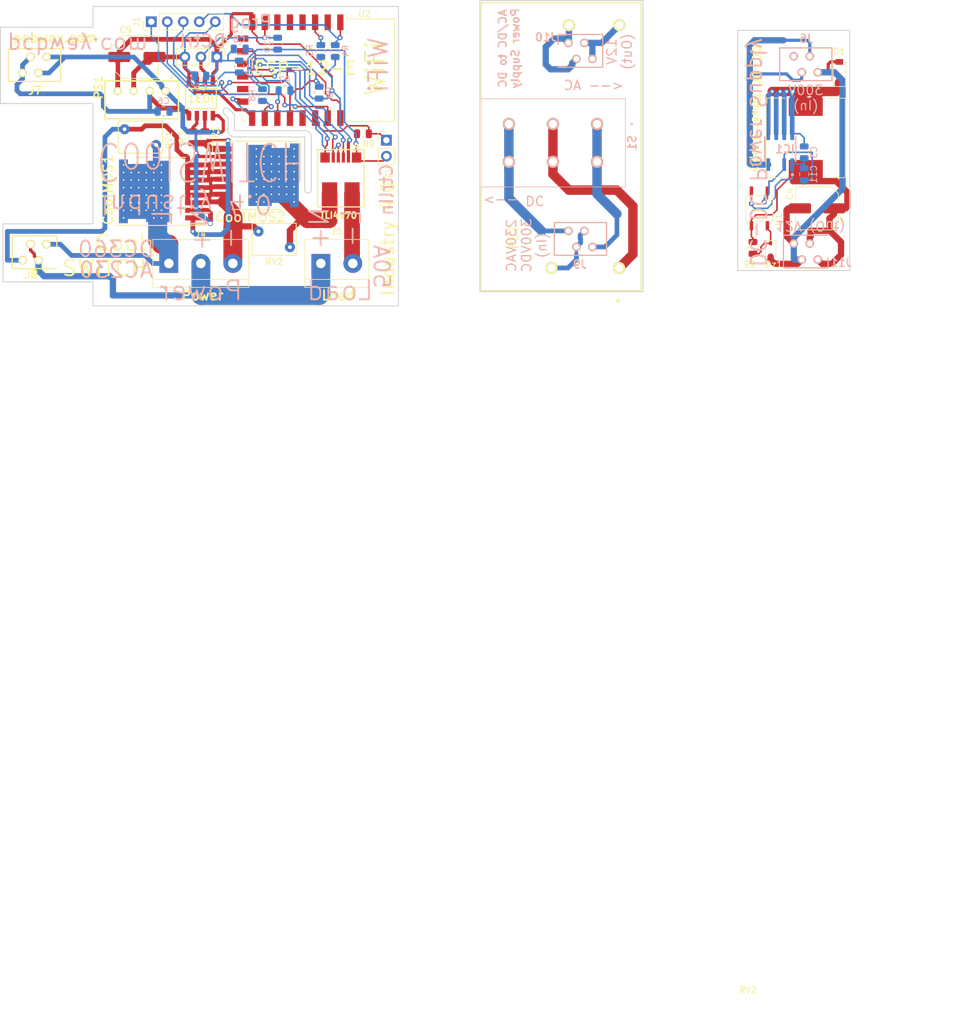
<source format=kicad_pcb>
(kicad_pcb (version 20171130) (host pcbnew 5.0.2-bee76a0~70~ubuntu18.04.1)
  (layers (0 F.Cu signal) (31 B.Cu signal) (34 B.Paste user) (35 F.Paste user) (36 B.SilkS user) (37 F.SilkS user) (38 B.Mask user) (39 F.Mask user) (44 Edge.Cuts user))
  (net 0 "")
  (net 1 3.3V)
  (net 2 Mosfet_En)
  (net 3 "GND(logic)")
  (net 4 12V)
  (net 5 "Net-(IC2-Pad6)")
  (net 6 "Net-(IC2-Pad7)")
  (net 7 GND)
  (net 8 CRNT_DOUT)
  (net 9 CRNT_SCLK)
  (net 10 CRNT_CS)
  (net 11 CRNT_OCD)
  (net 12 "Net-(IC3-Pad7)")
  (net 13 Load)
  (net 14 ESP_GPIO0)
  (net 15 ESP_TX)
  (net 16 ESP_RX)
  (net 17 ESP_RST)
  (net 18 CTRL_IN)
  (net 19 AC_IN_L)
  (net 20 AC_IN_N)
  (net 21 DC_IN_-)
  (net 22 "Net-(Q1-Pad1)")
  (net 23 "Net-(R5-Pad2)")
  (net 24 "Net-(R7-Pad2)")
  (net 25 "Net-(R8-Pad1)")
  (net 26 "Net-(C11-Pad2)")
  (net 27 "Net-(Dz1-Pad1)")
  (net 28 "Net-(C11-Pad1)")
  (net 29 "Net-(U2-Pad2)")
  (net 30 "Net-(U2-Pad4)")
  (net 31 "Net-(U2-Pad5)")
  (net 32 "Net-(U2-Pad6)")
  (net 33 "Net-(U2-Pad9)")
  (net 34 "Net-(U2-Pad13)")
  (net 35 "Net-(U2-Pad19)")
  (net 36 "Net-(C4-Pad2)")
  (net 37 "Net-(IC1-Pad4)")
  (net 38 "Net-(J6-Pad4)")
  (net 39 "Net-(J9-Pad4)")
  (net 40 "Net-(J9-Pad2)")
  (net 41 "Net-(J9-Pad1)")
  (net 42 "Net-(J10-Pad1)")
  (net 43 "Net-(J10-Pad3)")
  (net 44 "Net-(C4-Pad1)")
  (net 45 "Net-(PS2-Pad1)")
  (net 46 "Net-(C3-Pad1)")
  (module CoolMosFootprintLib:MicroMatch-215464-4 (layer F.Cu) (at 45.808 107.082 180)
    (fp_text reference J7 (at -0.096 -4.063 180) (layer F.SilkS) (effects (font (size 1.27 1.27) (thickness 0.254))))
    (fp_text value PS_OUT hide)
    (pad 4 thru_hole circle (at 1.905 -1.27 270) (size 1.35 1.35) (drill 0.85) (layers *.Cu *.Mask F.SilkS) (net 4 12V))
    (pad 3 thru_hole circle (at 0.635 1.27 270) (size 1.35 1.35) (drill 0.85) (layers *.Cu *.Mask F.SilkS) (net 4 12V))
    (pad 2 thru_hole circle (at -0.635 -1.27 270) (size 1.35 1.35) (drill 0.85) (layers *.Cu *.Mask F.SilkS) (net 4 12V))
    (pad 1 thru_hole circle (at -1.905 1.27 270) (size 1.35 1.35) (drill 0.85) (layers *.Cu *.Mask F.SilkS) (net 4 12V))
  )
  (module CoolMosFootprintLib:MicroMatch-7-215079-4_1 (layer B.Cu) (at 168.286 136.696)
    (fp_text reference J11 (at 5.588 1.778) (layer B.SilkS) (effects (font (size 1.27 1.27) (thickness 0.254)) (justify mirror)))
    (fp_text value PS_AC_OUT hide)
    (pad "" np_thru_hole circle (at 3.305 -0.53 270) (size 1.55 1.55) (drill 1.55) (layers *.Cu *.Mask))
    (pad 4 thru_hole circle (at 1.905 1.27 270) (size 1.35 1.35) (drill 0.85) (layers *.Cu *.Mask B.SilkS) (net 44 "Net-(C4-Pad1)"))
    (pad 3 thru_hole circle (at 0.635 -1.27 270) (size 1.35 1.35) (drill 0.85) (layers *.Cu *.Mask B.SilkS) (net 44 "Net-(C4-Pad1)"))
    (pad 2 thru_hole circle (at -0.635 1.27 270) (size 1.35 1.35) (drill 0.85) (layers *.Cu *.Mask B.SilkS) (net 36 "Net-(C4-Pad2)"))
    (pad 1 thru_hole circle (at -1.905 -1.27 270) (size 1.35 1.35) (drill 0.85) (layers *.Cu *.Mask B.SilkS) (net 36 "Net-(C4-Pad2)"))
  )
  (module CoolMosFootprintLib:MicroMatch-7-215079-4_1 (layer B.Cu) (at 132.496383 104.844425 180)
    (fp_text reference J10 (at 5.506383 2.152425 180) (layer B.SilkS) (effects (font (size 1.27 1.27) (thickness 0.254)) (justify mirror)))
    (fp_text value PS_DC_OUT hide)
    (pad "" np_thru_hole circle (at 3.305 -0.53 90) (size 1.55 1.55) (drill 1.55) (layers *.Cu *.Mask))
    (pad 4 thru_hole circle (at 1.905 1.27 90) (size 1.35 1.35) (drill 0.85) (layers *.Cu *.Mask B.SilkS) (net 43 "Net-(J10-Pad3)"))
    (pad 3 thru_hole circle (at 0.635 -1.27 90) (size 1.35 1.35) (drill 0.85) (layers *.Cu *.Mask B.SilkS) (net 43 "Net-(J10-Pad3)"))
    (pad 2 thru_hole circle (at -0.635 1.27 90) (size 1.35 1.35) (drill 0.85) (layers *.Cu *.Mask B.SilkS) (net 42 "Net-(J10-Pad1)"))
    (pad 1 thru_hole circle (at -1.905 -1.27 90) (size 1.35 1.35) (drill 0.85) (layers *.Cu *.Mask B.SilkS) (net 42 "Net-(J10-Pad1)"))
  )
  (module CoolMosFootprintLib:MicroMatch-7-215079-4_1 (layer F.Cu) (at 45.808 136.8)
    (fp_text reference J8 (at -0.508 3.556) (layer F.SilkS) (effects (font (size 1.27 1.27) (thickness 0.254))))
    (fp_text value PS_IN hide)
    (pad "" np_thru_hole circle (at 3.305 0.53 90) (size 1.55 1.55) (drill 1.55) (layers *.Cu *.Mask))
    (pad 4 thru_hole circle (at 1.905 -1.27 90) (size 1.35 1.35) (drill 0.85) (layers *.Cu *.Mask F.SilkS) (net 19 AC_IN_L))
    (pad 3 thru_hole circle (at 0.635 1.27 90) (size 1.35 1.35) (drill 0.85) (layers *.Cu *.Mask F.SilkS) (net 20 AC_IN_N))
    (pad 2 thru_hole circle (at -0.635 -1.27 90) (size 1.35 1.35) (drill 0.85) (layers *.Cu *.Mask F.SilkS) (net 20 AC_IN_N))
    (pad 1 thru_hole circle (at -1.905 1.27 90) (size 1.35 1.35) (drill 0.85) (layers *.Cu *.Mask F.SilkS) (net 21 DC_IN_-))
  )
  (module CoolMosFootprintLib:L_12x12mm_H8mm (layer F.Cu) (at 168.286 118.662 270)
    (fp_text reference L2 (at -5.588 7.62 270) (layer F.SilkS))
    (fp_text value "1.2uH (400mA)")
    (pad 2 smd rect (at 4.95 0 270) (size 2.9 5.4) (layers F.Cu F.Paste F.Mask) (net 44 "Net-(C4-Pad1)"))
    (pad 1 smd rect (at -4.95 0 270) (size 2.9 5.4) (layers F.Cu F.Paste F.Mask) (net 46 "Net-(C3-Pad1)"))
  )
  (module CoolMosFootprintLib:LNK3206D (layer B.Cu) (at 164.222 120.44 180)
    (fp_text reference IC1 (at -0.762 0) (layer B.SilkS) (effects (font (size 1.27 1.27) (thickness 0.254)) (justify mirror)))
    (fp_text value LNK3206D-TL hide)
    (pad 6 smd rect (at 0.635 2.45 180) (size 0.6 2) (layers B.Cu B.Paste B.Mask) (net 46 "Net-(C3-Pad1)"))
    (pad 5 smd rect (at 1.905 2.45 180) (size 0.6 2) (layers B.Cu B.Paste B.Mask) (net 46 "Net-(C3-Pad1)"))
    (pad 7 smd rect (at -0.635 2.45 180) (size 0.6 2) (layers B.Cu B.Paste B.Mask) (net 46 "Net-(C3-Pad1)"))
    (pad 8 smd rect (at -1.905 2.45 180) (size 0.6 2) (layers B.Cu B.Paste B.Mask) (net 46 "Net-(C3-Pad1)"))
    (pad 4 smd rect (at 1.905 -2.45 180) (size 0.6 2) (layers B.Cu B.Paste B.Mask) (net 37 "Net-(IC1-Pad4)"))
    (pad 2 smd rect (at -0.635 -2.45 180) (size 0.6 2) (layers B.Cu B.Paste B.Mask) (net 26 "Net-(C11-Pad2)"))
    (pad 1 smd rect (at -1.905 -2.45 180) (size 0.6 2) (layers B.Cu B.Paste B.Mask) (net 28 "Net-(C11-Pad1)"))
  )
  (module CoolMosFootprintLib:X22205CAAK (layer B.Cu) (at 128.686383 119.449425)
    (fp_text reference S1 (at 12.019617 0.006575 270) (layer B.SilkS) (effects (font (size 1.27 1.27) (thickness 0.254)) (justify mirror)))
    (fp_text value X22205CAAK hide)
    (pad 6 thru_hole circle (at -7.55 3 270) (size 1.95 1.95) (drill 1.3) (layers *.Cu *.Mask B.SilkS) (net 41 "Net-(J9-Pad1)"))
    (pad 5 thru_hole circle (at -7.55 -3 270) (size 1.95 1.95) (drill 1.3) (layers *.Cu *.Mask B.SilkS) (net 41 "Net-(J9-Pad1)"))
    (pad 4 thru_hole circle (at -0.55 3 270) (size 1.95 1.95) (drill 1.3) (layers *.Cu *.Mask B.SilkS) (net 45 "Net-(PS2-Pad1)"))
    (pad 3 thru_hole circle (at -0.55 -3 270) (size 1.95 1.95) (drill 1.3) (layers *.Cu *.Mask B.SilkS) (net 45 "Net-(PS2-Pad1)"))
    (pad 2 thru_hole circle (at 6.45 3 270) (size 1.95 1.95) (drill 1.3) (layers *.Cu *.Mask B.SilkS) (net 39 "Net-(J9-Pad4)"))
    (pad 1 thru_hole circle (at 6.45 -3 270) (size 1.95 1.95) (drill 1.3) (layers *.Cu *.Mask B.SilkS) (net 39 "Net-(J9-Pad4)"))
  )
  (module CoolMosFootprintLib:IRM-05-5 (layer F.Cu) (at 142.121384 120.040624 90)
    (fp_text reference PS2 (at -14.401376 -20.211384 90) (layer F.SilkS) (effects (font (size 1.27 1.27) (thickness 0.254))))
    (fp_text value IRM-05-12 hide)
    (pad 4 thru_hole circle (at -19.25 -14.2 180) (size 1.89 1.89) (drill 1.24) (layers *.Cu *.Mask F.SilkS) (net 40 "Net-(J9-Pad2)"))
    (pad 3 thru_hole circle (at 19.25 -11.45 180) (size 1.89 1.89) (drill 1.24) (layers *.Cu *.Mask F.SilkS) (net 43 "Net-(J10-Pad3)"))
    (pad 2 thru_hole circle (at 19.25 -3.45 180) (size 1.89 1.89) (drill 1.24) (layers *.Cu *.Mask F.SilkS) (net 42 "Net-(J10-Pad1)"))
    (pad 1 thru_hole circle (at -19.25 -3.45 180) (size 1.89 1.89) (drill 1.24) (layers *.Cu *.Mask F.SilkS) (net 45 "Net-(PS2-Pad1)"))
  )
  (module CoolMosFootprintLib:TerminalBlock_bornier-3_P5.08mm (layer F.Cu) (at 67.144 138.578)
    (fp_text reference J4 (at 5.05 -4.65) (layer F.SilkS))
    (fp_text value POWER)
    (pad 3 thru_hole circle (at 10.16 0) (size 3 3) (drill 1.52) (layers *.Cu *.Mask) (net 21 DC_IN_-))
    (pad 2 thru_hole circle (at 5.08 0) (size 3 3) (drill 1.52) (layers *.Cu *.Mask) (net 20 AC_IN_N))
    (pad 1 thru_hole rect (at 0 0) (size 3 3) (drill 1.52) (layers *.Cu *.Mask) (net 19 AC_IN_L))
  )
  (module CoolMosFootprintLib:TerminalBlock_bornier-2_P5.08mm (layer F.Cu) (at 91.274 138.578)
    (fp_text reference J5 (at 2.54 -5.08) (layer F.SilkS))
    (fp_text value LOAD)
    (pad 2 thru_hole circle (at 5.08 0) (size 3 3) (drill 1.52) (layers *.Cu *.Mask) (net 13 Load))
    (pad 1 thru_hole rect (at 0 0) (size 3 3) (drill 1.52) (layers *.Cu *.Mask) (net 20 AC_IN_N))
  )
  (module CoolMosFootprintLib:IE1224S-H (layer F.Cu) (at 68.668 109.622 180)
    (fp_text reference PS1 (at 12.7 -1.016 270) (layer F.SilkS) (effects (font (size 1.27 1.27) (thickness 0.254))))
    (fp_text value IE1203S hide)
    (pad 4 thru_hole circle (at 9.65 -1.6 270) (size 1.26 1.26) (drill 0.76) (layers *.Cu *.Mask F.SilkS) (net 1 3.3V))
    (pad 3 thru_hole circle (at 7.11 -1.6 270) (size 1.26 1.26) (drill 0.76) (layers *.Cu *.Mask F.SilkS) (net 3 "GND(logic)"))
    (pad 2 thru_hole circle (at 4.57 -1.6 270) (size 1.26 1.26) (drill 0.76) (layers *.Cu *.Mask F.SilkS) (net 4 12V))
    (pad 1 thru_hole circle (at 2.03 -1.6 270) (size 1.26 1.26) (drill 0.76) (layers *.Cu *.Mask F.SilkS) (net 4 12V))
  )
  (module CoolMosFootprintLib:PG-TISON-8-1 (layer F.Cu) (at 94.449 124.608 270)
    (fp_text reference TLI4970 (at 6.35 0.381 180) (layer F.SilkS) (effects (font (thickness 0.25))))
    (fp_text value TLI4970D050T4XUMA1 hide)
    (pad 8 smd rect (at 2.835 -1.78) (size 2.4 3.48) (layers F.Cu F.Paste F.Mask) (net 13 Load))
    (pad 7 smd rect (at 2.835 1.78) (size 2.4 3.48) (layers F.Cu F.Paste F.Mask) (net 12 "Net-(IC3-Pad7)"))
    (pad 6 smd rect (at -2.835 2.5) (size 1.5 1.6) (layers F.Cu F.Paste F.Mask) (net 11 CRNT_OCD))
    (pad 5 smd rect (at -2.835 1.2) (size 0.5 1.6) (layers F.Cu F.Paste F.Mask) (net 10 CRNT_CS))
    (pad 4 smd rect (at -2.835 0.4) (size 0.5 1.6) (layers F.Cu F.Paste F.Mask) (net 9 CRNT_SCLK))
    (pad 3 smd rect (at -2.835 -0.4) (size 0.5 1.6) (layers F.Cu F.Paste F.Mask) (net 8 CRNT_DOUT))
    (pad 2 smd rect (at -2.835 -1.2) (size 0.5 1.6) (layers F.Cu F.Paste F.Mask) (net 1 3.3V))
    (pad 1 smd rect (at -2.835 -2.5) (size 1.5 1.6) (layers F.Cu F.Paste F.Mask) (net 3 "GND(logic)"))
  )
  (module CoolMosFootprintLib:SOIC127P600X175-8N (layer F.Cu) (at 72.224 112.416 270)
    (fp_text reference 1EDI (at 0 0) (layer F.SilkS) (effects (font (size 1.27 1.27) (thickness 0.254))))
    (fp_text value 1EDI20I12MFXUMA1 hide)
    (pad 8 smd rect (at 2.712 -1.905) (size 0.7 1.525) (layers F.Cu F.Paste F.Mask) (net 7 GND))
    (pad 7 smd rect (at 2.712 -0.635) (size 0.7 1.525) (layers F.Cu F.Paste F.Mask) (net 6 "Net-(IC2-Pad7)"))
    (pad 6 smd rect (at 2.712 0.635) (size 0.7 1.525) (layers F.Cu F.Paste F.Mask) (net 5 "Net-(IC2-Pad6)"))
    (pad 5 smd rect (at 2.712 1.905) (size 0.7 1.525) (layers F.Cu F.Paste F.Mask) (net 4 12V))
    (pad 4 smd rect (at -2.712 1.905) (size 0.7 1.525) (layers F.Cu F.Paste F.Mask) (net 3 "GND(logic)"))
    (pad 3 smd rect (at -2.712 0.635) (size 0.7 1.525) (layers F.Cu F.Paste F.Mask) (net 3 "GND(logic)"))
    (pad 2 smd rect (at -2.712 -0.635) (size 0.7 1.525) (layers F.Cu F.Paste F.Mask) (net 2 Mosfet_En))
    (pad 1 smd rect (at -2.712 -1.905) (size 0.7 1.525) (layers F.Cu F.Paste F.Mask) (net 1 3.3V))
  )
  (module CoolMosFootprintLib:MicroMatch-215464-4 (layer B.Cu) (at 132.496383 134.689425)
    (fp_text reference J9 (at -0.096 4.063) (layer B.SilkS) (effects (font (size 1.27 1.27) (thickness 0.254)) (justify mirror)))
    (fp_text value PS_DC_IN hide)
    (pad 4 thru_hole circle (at 1.905 1.27 270) (size 1.35 1.35) (drill 0.85) (layers *.Cu *.Mask B.SilkS) (net 39 "Net-(J9-Pad4)"))
    (pad 3 thru_hole circle (at 0.635 -1.27 270) (size 1.35 1.35) (drill 0.85) (layers *.Cu *.Mask B.SilkS) (net 40 "Net-(J9-Pad2)"))
    (pad 2 thru_hole circle (at -0.635 1.27 270) (size 1.35 1.35) (drill 0.85) (layers *.Cu *.Mask B.SilkS) (net 40 "Net-(J9-Pad2)"))
    (pad 1 thru_hole circle (at -1.905 -1.27 270) (size 1.35 1.35) (drill 0.85) (layers *.Cu *.Mask B.SilkS) (net 41 "Net-(J9-Pad1)"))
  )
  (module CoolMosFootprintLib:MicroMatch-215464-4 (layer B.Cu) (at 168.286 106.978 180)
    (fp_text reference J6 (at -0.096 4.063 180) (layer B.SilkS) (effects (font (size 1.27 1.27) (thickness 0.254)) (justify mirror)))
    (fp_text value PS_DC_IN hide)
    (pad 4 thru_hole circle (at 1.905 1.27 90) (size 1.35 1.35) (drill 0.85) (layers *.Cu *.Mask B.SilkS) (net 38 "Net-(J6-Pad4)"))
    (pad 3 thru_hole circle (at 0.635 -1.27 90) (size 1.35 1.35) (drill 0.85) (layers *.Cu *.Mask B.SilkS) (net 37 "Net-(IC1-Pad4)"))
    (pad 2 thru_hole circle (at -0.635 1.27 90) (size 1.35 1.35) (drill 0.85) (layers *.Cu *.Mask B.SilkS) (net 37 "Net-(IC1-Pad4)"))
    (pad 1 thru_hole circle (at -1.905 -1.27 90) (size 1.35 1.35) (drill 0.85) (layers *.Cu *.Mask B.SilkS) (net 36 "Net-(C4-Pad2)"))
  )
  (module CoolMosFootprintLib:ESP-12E_2 (layer F.Cu) (at 90.869548 107.907619 270)
    (fp_text reference U2 (at -8.907619 -7.330452) (layer F.SilkS))
    (fp_text value ESP-12E)
    (pad 22 smd rect (at 7.6 -3.5 270) (size 2.5 1) (layers F.Cu F.Paste F.Mask) (net 15 ESP_TX))
    (pad 21 smd rect (at 7.6 -1.5 270) (size 2.5 1) (layers F.Cu F.Paste F.Mask) (net 16 ESP_RX))
    (pad 20 smd rect (at 7.6 0.5 270) (size 2.5 1) (layers F.Cu F.Paste F.Mask) (net 18 CTRL_IN))
    (pad 19 smd rect (at 7.6 2.5 270) (size 2.5 1) (layers F.Cu F.Paste F.Mask) (net 35 "Net-(U2-Pad19)"))
    (pad 18 smd rect (at 7.6 4.5 270) (size 2.5 1) (layers F.Cu F.Paste F.Mask) (net 14 ESP_GPIO0))
    (pad 17 smd rect (at 7.6 6.5 270) (size 2.5 1) (layers F.Cu F.Paste F.Mask) (net 24 "Net-(R7-Pad2)"))
    (pad 16 smd rect (at 7.6 8.5 270) (size 2.5 1) (layers F.Cu F.Paste F.Mask) (net 25 "Net-(R8-Pad1)"))
    (pad 15 smd rect (at 7.6 10.5 270) (size 2.5 1) (layers F.Cu F.Paste F.Mask) (net 3 "GND(logic)"))
    (pad 14 smd rect (at 5 12 270) (size 1 1.8) (layers F.Cu F.Paste F.Mask) (net 9 CRNT_SCLK))
    (pad 13 smd rect (at 3 12 270) (size 1 1.8) (layers F.Cu F.Paste F.Mask) (net 34 "Net-(U2-Pad13)"))
    (pad 12 smd rect (at 1 12 270) (size 1 1.8) (layers F.Cu F.Paste F.Mask) (net 11 CRNT_OCD))
    (pad 11 smd rect (at -1 12 270) (size 1 1.8) (layers F.Cu F.Paste F.Mask) (net 10 CRNT_CS))
    (pad 10 smd rect (at -3 12 270) (size 1 1.8) (layers F.Cu F.Paste F.Mask) (net 8 CRNT_DOUT))
    (pad 9 smd rect (at -5 12 270) (size 1 1.8) (layers F.Cu F.Paste F.Mask) (net 33 "Net-(U2-Pad9)"))
    (pad 8 smd rect (at -7.6 10.5 270) (size 2.5 1) (layers F.Cu F.Paste F.Mask) (net 1 3.3V))
    (pad 7 smd rect (at -7.6 8.5 270) (size 2.5 1) (layers F.Cu F.Paste F.Mask) (net 2 Mosfet_En))
    (pad 6 smd rect (at -7.6 6.5 270) (size 2.5 1) (layers F.Cu F.Paste F.Mask) (net 32 "Net-(U2-Pad6)"))
    (pad 5 smd rect (at -7.6 4.5 270) (size 2.5 1) (layers F.Cu F.Paste F.Mask) (net 31 "Net-(U2-Pad5)"))
    (pad 4 smd rect (at -7.6 2.5 270) (size 2.5 1) (layers F.Cu F.Paste F.Mask) (net 30 "Net-(U2-Pad4)"))
    (pad 3 smd rect (at -7.6 0.5 270) (size 2.5 1) (layers F.Cu F.Paste F.Mask) (net 23 "Net-(R5-Pad2)"))
    (pad 2 smd rect (at -7.6 -1.5 270) (size 2.5 1) (layers F.Cu F.Paste F.Mask) (net 29 "Net-(U2-Pad2)"))
    (pad 1 smd rect (at -7.6 -3.5 270) (size 2.5 1) (layers F.Cu F.Paste F.Mask) (net 17 ESP_RST))
  )
  (module "" (layer F.Cu) (at 82.638 138.832)
    (fp_text reference "" (at 109.2985 120.142) (layer F.SilkS) (effects (font (size 1.27 1.27))))
    (fp_text value "" (at 109.2985 120.142) (layer F.SilkS) (effects (font (size 1.27 1.27))))
    (fp_text user RV2 (at 76.4925 115.036) (layer F.SilkS))
  )
  (module Capacitor_SMD:C_0805_2012Metric (layer B.Cu) (at 78.3985 104.542)
    (fp_text reference C8 (at -0.0785 -1.524 180) (layer B.SilkS) (effects (justify mirror)))
    (fp_text value 100n)
    (pad 2 smd roundrect (at 0.9375 0) (size 0.975 1.4) (layers B.Cu B.Paste B.Mask) (net 3 "GND(logic)"))
    (pad 1 smd roundrect (at -0.9375 0) (size 0.975 1.4) (layers B.Cu B.Paste B.Mask) (net 1 3.3V))
  )
  (module Package_SO:SOP-4_3.8x4.1mm_P2.54mm (layer F.Cu) (at 160.92 129.838 90)
    (fp_text reference U1 (at -1.778 3.048 90) (layer F.SilkS))
    (fp_text value PC817)
    (pad 4 smd rect (at 2.75 -1.27 90) (size 1.45 0.55) (layers F.Cu F.Paste F.Mask) (net 28 "Net-(C11-Pad1)"))
    (pad 3 smd rect (at 2.75 1.27 90) (size 1.45 0.55) (layers F.Cu F.Paste F.Mask) (net 26 "Net-(C11-Pad2)"))
    (pad 2 smd rect (at -2.75 1.27 90) (size 1.45 0.55) (layers F.Cu F.Paste F.Mask) (net 27 "Net-(Dz1-Pad1)"))
    (pad 1 smd rect (at -2.75 -1.27 90) (size 1.45 0.55) (layers F.Cu F.Paste F.Mask) (net 44 "Net-(C4-Pad1)"))
  )
  (module CoolMosFootprintLib:Infineon_PG-HSOF-8-1_ThermalVias_fixed (layer F.Cu) (at 81.114 124.608)
    (fp_text reference CoolMOS2 (at -1.016 6.604 180) (layer F.SilkS) (effects (font (size 1.5 1.5) (thickness 0.25))))
    (fp_text value IPT60R028G7)
    (pad 6 smd rect (at 5.95 0 270) (size 10.1 1.4) (layers B.Cu) (net 12 "Net-(IC3-Pad7)"))
    (pad 6 smd rect (at 3.8 0 270) (size 8.7 2.9) (layers B.Cu) (net 12 "Net-(IC3-Pad7)"))
    (pad 6 smd rect (at 0.5 0 270) (size 9.7 3.7) (layers B.Cu) (net 12 "Net-(IC3-Pad7)"))
    (pad 3 smd rect (at -4.25 1.2 270) (size 6.8 0.8) (layers F.Cu F.Mask) (net 21 DC_IN_-))
    (pad 6 thru_hole circle (at 5.92 4.2 270) (size 1 1) (drill 0.25) (layers *.Cu F.Paste) (net 12 "Net-(IC3-Pad7)"))
    (pad 6 thru_hole circle (at 5.92 3 270) (size 1 1) (drill 0.25) (layers *.Cu F.Paste) (net 12 "Net-(IC3-Pad7)"))
    (pad 6 thru_hole circle (at 5.92 1.8 270) (size 1 1) (drill 0.25) (layers *.Cu F.Paste) (net 12 "Net-(IC3-Pad7)"))
    (pad 6 thru_hole circle (at 5.92 0.6 270) (size 1 1) (drill 0.25) (layers *.Cu F.Paste) (net 12 "Net-(IC3-Pad7)"))
    (pad 6 thru_hole circle (at 5.92 -0.6 270) (size 1 1) (drill 0.25) (layers *.Cu F.Paste) (net 12 "Net-(IC3-Pad7)"))
    (pad 6 thru_hole circle (at 5.92 -1.8 270) (size 1 1) (drill 0.25) (layers *.Cu F.Paste) (net 12 "Net-(IC3-Pad7)"))
    (pad 6 thru_hole circle (at 5.92 -3 270) (size 1 1) (drill 0.25) (layers *.Cu F.Paste) (net 12 "Net-(IC3-Pad7)"))
    (pad 6 thru_hole circle (at 5.92 -4.2 270) (size 1 1) (drill 0.25) (layers *.Cu F.Paste) (net 12 "Net-(IC3-Pad7)"))
    (pad 6 thru_hole circle (at 4.72 3 270) (size 1 1) (drill 0.25) (layers *.Cu F.Paste) (net 12 "Net-(IC3-Pad7)"))
    (pad 6 thru_hole circle (at 4.72 1.8 270) (size 1 1) (drill 0.25) (layers *.Cu F.Paste) (net 12 "Net-(IC3-Pad7)"))
    (pad 6 thru_hole circle (at 4.72 0.6 270) (size 1 1) (drill 0.25) (layers *.Cu F.Paste) (net 12 "Net-(IC3-Pad7)"))
    (pad 6 thru_hole circle (at 4.72 -0.6 270) (size 1 1) (drill 0.25) (layers *.Cu F.Paste) (net 12 "Net-(IC3-Pad7)"))
    (pad 6 thru_hole circle (at 4.72 -1.8 270) (size 1 1) (drill 0.25) (layers *.Cu F.Paste) (net 12 "Net-(IC3-Pad7)"))
    (pad 6 thru_hole circle (at 4.72 -3 270) (size 1 1) (drill 0.25) (layers *.Cu F.Paste) (net 12 "Net-(IC3-Pad7)"))
    (pad 6 thru_hole circle (at 3.52 -3 270) (size 1 1) (drill 0.25) (layers *.Cu F.Paste) (net 12 "Net-(IC3-Pad7)"))
    (pad 6 thru_hole circle (at 3.52 -1.8 270) (size 1 1) (drill 0.25) (layers *.Cu F.Paste) (net 12 "Net-(IC3-Pad7)"))
    (pad 6 thru_hole circle (at 3.52 -0.6 270) (size 1 1) (drill 0.25) (layers *.Cu F.Paste) (net 12 "Net-(IC3-Pad7)"))
    (pad 6 thru_hole circle (at 3.52 1.8 270) (size 1 1) (drill 0.25) (layers *.Cu F.Paste) (net 12 "Net-(IC3-Pad7)"))
    (pad 6 thru_hole circle (at 3.52 0.6 270) (size 1 1) (drill 0.25) (layers *.Cu F.Paste) (net 12 "Net-(IC3-Pad7)"))
    (pad 6 thru_hole circle (at 3.52 3 270) (size 1 1) (drill 0.25) (layers *.Cu F.Paste) (net 12 "Net-(IC3-Pad7)"))
    (pad 6 thru_hole circle (at 2.32 3 270) (size 1 1) (drill 0.25) (layers *.Cu F.Paste) (net 12 "Net-(IC3-Pad7)"))
    (pad 6 thru_hole circle (at 2.32 1.8 270) (size 1 1) (drill 0.25) (layers *.Cu F.Paste) (net 12 "Net-(IC3-Pad7)"))
    (pad 6 thru_hole circle (at 2.32 0.6 270) (size 1 1) (drill 0.25) (layers *.Cu F.Paste) (net 12 "Net-(IC3-Pad7)"))
    (pad 6 thru_hole circle (at 2.32 -0.6 270) (size 1 1) (drill 0.25) (layers *.Cu F.Paste) (net 12 "Net-(IC3-Pad7)"))
    (pad 6 thru_hole circle (at 2.32 -1.8 270) (size 1 1) (drill 0.25) (layers *.Cu F.Paste) (net 12 "Net-(IC3-Pad7)"))
    (pad 6 thru_hole circle (at 2.32 -3 270) (size 1 1) (drill 0.25) (layers *.Cu F.Paste) (net 12 "Net-(IC3-Pad7)"))
    (pad 6 thru_hole circle (at 1.12 -4.2 270) (size 1 1) (drill 0.25) (layers *.Cu F.Paste) (net 12 "Net-(IC3-Pad7)"))
    (pad 6 thru_hole circle (at 1.12 -3 270) (size 1 1) (drill 0.25) (layers *.Cu F.Paste) (net 12 "Net-(IC3-Pad7)"))
    (pad 6 thru_hole circle (at 1.12 -1.8 270) (size 1 1) (drill 0.25) (layers *.Cu F.Paste) (net 12 "Net-(IC3-Pad7)"))
    (pad 6 thru_hole circle (at 1.12 -0.6 270) (size 1 1) (drill 0.25) (layers *.Cu F.Paste) (net 12 "Net-(IC3-Pad7)"))
    (pad 6 thru_hole circle (at 1.12 1.8 270) (size 1 1) (drill 0.25) (layers *.Cu F.Paste) (net 12 "Net-(IC3-Pad7)"))
    (pad 6 thru_hole circle (at 1.12 0.6 270) (size 1 1) (drill 0.25) (layers *.Cu F.Paste) (net 12 "Net-(IC3-Pad7)"))
    (pad 6 thru_hole circle (at 1.12 3 270) (size 1 1) (drill 0.25) (layers *.Cu F.Paste) (net 12 "Net-(IC3-Pad7)"))
    (pad 6 thru_hole circle (at 1.12 4.2 270) (size 1 1) (drill 0.25) (layers *.Cu F.Paste) (net 12 "Net-(IC3-Pad7)"))
    (pad 6 thru_hole circle (at -0.08 4.2 270) (size 1 1) (drill 0.25) (layers *.Cu F.Paste) (net 12 "Net-(IC3-Pad7)"))
    (pad 6 thru_hole circle (at -0.08 3 270) (size 1 1) (drill 0.25) (layers *.Cu F.Paste) (net 12 "Net-(IC3-Pad7)"))
    (pad 6 thru_hole circle (at -0.08 1.8 270) (size 1 1) (drill 0.25) (layers *.Cu F.Paste) (net 12 "Net-(IC3-Pad7)"))
    (pad 6 thru_hole circle (at -0.08 0.6 270) (size 1 1) (drill 0.25) (layers *.Cu F.Paste) (net 12 "Net-(IC3-Pad7)"))
    (pad 6 thru_hole circle (at -0.08 -0.6 270) (size 1 1) (drill 0.25) (layers *.Cu F.Paste) (net 12 "Net-(IC3-Pad7)"))
    (pad 6 thru_hole circle (at -0.08 -1.8 270) (size 1 1) (drill 0.25) (layers *.Cu F.Paste) (net 12 "Net-(IC3-Pad7)"))
    (pad 6 thru_hole circle (at -0.08 -3 270) (size 1 1) (drill 0.25) (layers *.Cu F.Paste) (net 12 "Net-(IC3-Pad7)"))
    (pad 6 thru_hole circle (at -0.08 -4.2 270) (size 1 1) (drill 0.25) (layers *.Cu F.Paste) (net 12 "Net-(IC3-Pad7)"))
    (pad 1 smd rect (at -5.25 -4.2 270) (size 0.8 2.8) (layers F.Cu F.Paste F.Mask) (net 22 "Net-(Q1-Pad1)"))
    (pad 2 smd rect (at -5.25 -3 270) (size 0.8 2.8) (layers F.Cu F.Paste F.Mask) (net 7 GND))
    (pad 3 smd rect (at -5.25 -1.8 270) (size 0.8 2.8) (layers F.Cu F.Paste F.Mask) (net 21 DC_IN_-))
    (pad 3 smd rect (at -5.25 4.2 270) (size 0.8 2.8) (layers F.Cu F.Paste F.Mask) (net 21 DC_IN_-))
    (pad 3 smd rect (at -5.25 3 270) (size 0.8 2.8) (layers F.Cu F.Paste F.Mask) (net 21 DC_IN_-))
    (pad 3 smd rect (at -5.25 1.8 270) (size 0.8 2.8) (layers F.Cu F.Paste F.Mask) (net 21 DC_IN_-))
    (pad 3 smd rect (at -5.25 0.6 270) (size 0.8 2.8) (layers F.Cu F.Paste F.Mask) (net 21 DC_IN_-))
    (pad 3 smd rect (at -5.25 -0.6 270) (size 0.8 2.8) (layers F.Cu F.Paste F.Mask) (net 21 DC_IN_-))
    (pad 6 smd rect (at 0.5 0 270) (size 9.7 3.7) (layers F.Cu F.Mask) (net 12 "Net-(IC3-Pad7)"))
    (pad 6 smd rect (at 3.8 0 270) (size 8.7 2.9) (layers F.Cu F.Mask) (net 12 "Net-(IC3-Pad7)"))
    (pad 6 smd rect (at 5.95 0 270) (size 10.1 1.4) (layers F.Cu F.Mask) (net 12 "Net-(IC3-Pad7)"))
  )
  (module CoolMosFootprintLib:Infineon_PG-HSOF-8-1_ThermalVias_fixed (layer F.Cu) (at 65.874 127.148 180)
    (fp_text reference CoolMOS1 (at 8.382 0.254 270) (layer F.SilkS) (effects (font (size 1.5 1.5) (thickness 0.25))))
    (fp_text value IPT60R028G7)
    (pad 6 smd rect (at 5.95 0 90) (size 10.1 1.4) (layers B.Cu) (net 19 AC_IN_L))
    (pad 6 smd rect (at 3.8 0 90) (size 8.7 2.9) (layers B.Cu) (net 19 AC_IN_L))
    (pad 6 smd rect (at 0.5 0 90) (size 9.7 3.7) (layers B.Cu) (net 19 AC_IN_L))
    (pad 3 smd rect (at -4.25 1.2 90) (size 6.8 0.8) (layers F.Cu F.Mask) (net 21 DC_IN_-))
    (pad 6 thru_hole circle (at 5.92 4.2 90) (size 1 1) (drill 0.25) (layers *.Cu F.Paste) (net 19 AC_IN_L))
    (pad 6 thru_hole circle (at 5.92 3 90) (size 1 1) (drill 0.25) (layers *.Cu F.Paste) (net 19 AC_IN_L))
    (pad 6 thru_hole circle (at 5.92 1.8 90) (size 1 1) (drill 0.25) (layers *.Cu F.Paste) (net 19 AC_IN_L))
    (pad 6 thru_hole circle (at 5.92 0.6 90) (size 1 1) (drill 0.25) (layers *.Cu F.Paste) (net 19 AC_IN_L))
    (pad 6 thru_hole circle (at 5.92 -0.6 90) (size 1 1) (drill 0.25) (layers *.Cu F.Paste) (net 19 AC_IN_L))
    (pad 6 thru_hole circle (at 5.92 -1.8 90) (size 1 1) (drill 0.25) (layers *.Cu F.Paste) (net 19 AC_IN_L))
    (pad 6 thru_hole circle (at 5.92 -3 90) (size 1 1) (drill 0.25) (layers *.Cu F.Paste) (net 19 AC_IN_L))
    (pad 6 thru_hole circle (at 5.92 -4.2 90) (size 1 1) (drill 0.25) (layers *.Cu F.Paste) (net 19 AC_IN_L))
    (pad 6 thru_hole circle (at 4.72 3 90) (size 1 1) (drill 0.25) (layers *.Cu F.Paste) (net 19 AC_IN_L))
    (pad 6 thru_hole circle (at 4.72 1.8 90) (size 1 1) (drill 0.25) (layers *.Cu F.Paste) (net 19 AC_IN_L))
    (pad 6 thru_hole circle (at 4.72 0.6 90) (size 1 1) (drill 0.25) (layers *.Cu F.Paste) (net 19 AC_IN_L))
    (pad 6 thru_hole circle (at 4.72 -0.6 90) (size 1 1) (drill 0.25) (layers *.Cu F.Paste) (net 19 AC_IN_L))
    (pad 6 thru_hole circle (at 4.72 -1.8 90) (size 1 1) (drill 0.25) (layers *.Cu F.Paste) (net 19 AC_IN_L))
    (pad 6 thru_hole circle (at 4.72 -3 90) (size 1 1) (drill 0.25) (layers *.Cu F.Paste) (net 19 AC_IN_L))
    (pad 6 thru_hole circle (at 3.52 -3 90) (size 1 1) (drill 0.25) (layers *.Cu F.Paste) (net 19 AC_IN_L))
    (pad 6 thru_hole circle (at 3.52 -1.8 90) (size 1 1) (drill 0.25) (layers *.Cu F.Paste) (net 19 AC_IN_L))
    (pad 6 thru_hole circle (at 3.52 -0.6 90) (size 1 1) (drill 0.25) (layers *.Cu F.Paste) (net 19 AC_IN_L))
    (pad 6 thru_hole circle (at 3.52 1.8 90) (size 1 1) (drill 0.25) (layers *.Cu F.Paste) (net 19 AC_IN_L))
    (pad 6 thru_hole circle (at 3.52 0.6 90) (size 1 1) (drill 0.25) (layers *.Cu F.Paste) (net 19 AC_IN_L))
    (pad 6 thru_hole circle (at 3.52 3 90) (size 1 1) (drill 0.25) (layers *.Cu F.Paste) (net 19 AC_IN_L))
    (pad 6 thru_hole circle (at 2.32 3 90) (size 1 1) (drill 0.25) (layers *.Cu F.Paste) (net 19 AC_IN_L))
    (pad 6 thru_hole circle (at 2.32 1.8 90) (size 1 1) (drill 0.25) (layers *.Cu F.Paste) (net 19 AC_IN_L))
    (pad 6 thru_hole circle (at 2.32 0.6 90) (size 1 1) (drill 0.25) (layers *.Cu F.Paste) (net 19 AC_IN_L))
    (pad 6 thru_hole circle (at 2.32 -0.6 90) (size 1 1) (drill 0.25) (layers *.Cu F.Paste) (net 19 AC_IN_L))
    (pad 6 thru_hole circle (at 2.32 -1.8 90) (size 1 1) (drill 0.25) (layers *.Cu F.Paste) (net 19 AC_IN_L))
    (pad 6 thru_hole circle (at 2.32 -3 90) (size 1 1) (drill 0.25) (layers *.Cu F.Paste) (net 19 AC_IN_L))
    (pad 6 thru_hole circle (at 1.12 -4.2 90) (size 1 1) (drill 0.25) (layers *.Cu F.Paste) (net 19 AC_IN_L))
    (pad 6 thru_hole circle (at 1.12 -3 90) (size 1 1) (drill 0.25) (layers *.Cu F.Paste) (net 19 AC_IN_L))
    (pad 6 thru_hole circle (at 1.12 -1.8 90) (size 1 1) (drill 0.25) (layers *.Cu F.Paste) (net 19 AC_IN_L))
    (pad 6 thru_hole circle (at 1.12 -0.6 90) (size 1 1) (drill 0.25) (layers *.Cu F.Paste) (net 19 AC_IN_L))
    (pad 6 thru_hole circle (at 1.12 1.8 90) (size 1 1) (drill 0.25) (layers *.Cu F.Paste) (net 19 AC_IN_L))
    (pad 6 thru_hole circle (at 1.12 0.6 90) (size 1 1) (drill 0.25) (layers *.Cu F.Paste) (net 19 AC_IN_L))
    (pad 6 thru_hole circle (at 1.12 3 90) (size 1 1) (drill 0.25) (layers *.Cu F.Paste) (net 19 AC_IN_L))
    (pad 6 thru_hole circle (at 1.12 4.2 90) (size 1 1) (drill 0.25) (layers *.Cu F.Paste) (net 19 AC_IN_L))
    (pad 6 thru_hole circle (at -0.08 4.2 90) (size 1 1) (drill 0.25) (layers *.Cu F.Paste) (net 19 AC_IN_L))
    (pad 6 thru_hole circle (at -0.08 3 90) (size 1 1) (drill 0.25) (layers *.Cu F.Paste) (net 19 AC_IN_L))
    (pad 6 thru_hole circle (at -0.08 1.8 90) (size 1 1) (drill 0.25) (layers *.Cu F.Paste) (net 19 AC_IN_L))
    (pad 6 thru_hole circle (at -0.08 0.6 90) (size 1 1) (drill 0.25) (layers *.Cu F.Paste) (net 19 AC_IN_L))
    (pad 6 thru_hole circle (at -0.08 -0.6 90) (size 1 1) (drill 0.25) (layers *.Cu F.Paste) (net 19 AC_IN_L))
    (pad 6 thru_hole circle (at -0.08 -1.8 90) (size 1 1) (drill 0.25) (layers *.Cu F.Paste) (net 19 AC_IN_L))
    (pad 6 thru_hole circle (at -0.08 -3 90) (size 1 1) (drill 0.25) (layers *.Cu F.Paste) (net 19 AC_IN_L))
    (pad 6 thru_hole circle (at -0.08 -4.2 90) (size 1 1) (drill 0.25) (layers *.Cu F.Paste) (net 19 AC_IN_L))
    (pad 1 smd rect (at -5.25 -4.2 90) (size 0.8 2.8) (layers F.Cu F.Paste F.Mask) (net 22 "Net-(Q1-Pad1)"))
    (pad 2 smd rect (at -5.25 -3 90) (size 0.8 2.8) (layers F.Cu F.Paste F.Mask) (net 7 GND))
    (pad 3 smd rect (at -5.25 -1.8 90) (size 0.8 2.8) (layers F.Cu F.Paste F.Mask) (net 21 DC_IN_-))
    (pad 3 smd rect (at -5.25 4.2 90) (size 0.8 2.8) (layers F.Cu F.Paste F.Mask) (net 21 DC_IN_-))
    (pad 3 smd rect (at -5.25 3 90) (size 0.8 2.8) (layers F.Cu F.Paste F.Mask) (net 21 DC_IN_-))
    (pad 3 smd rect (at -5.25 1.8 90) (size 0.8 2.8) (layers F.Cu F.Paste F.Mask) (net 21 DC_IN_-))
    (pad 3 smd rect (at -5.25 0.6 90) (size 0.8 2.8) (layers F.Cu F.Paste F.Mask) (net 21 DC_IN_-))
    (pad 3 smd rect (at -5.25 -0.6 90) (size 0.8 2.8) (layers F.Cu F.Paste F.Mask) (net 21 DC_IN_-))
    (pad 6 smd rect (at 0.5 0 90) (size 9.7 3.7) (layers F.Cu F.Mask) (net 19 AC_IN_L))
    (pad 6 smd rect (at 3.8 0 90) (size 8.7 2.9) (layers F.Cu F.Mask) (net 19 AC_IN_L))
    (pad 6 smd rect (at 5.95 0 90) (size 10.1 1.4) (layers F.Cu F.Mask) (net 19 AC_IN_L))
  )
  (module Connector_PinHeader_2.54mm:PinHeader_1x05_P2.54mm_Vertical (layer F.Cu) (at 64.35 100.224 90)
    (fp_text reference J1 (at 0 -2.33 90) (layer F.SilkS))
    (fp_text value Prog)
    (pad 1 thru_hole rect (at 0 0 90) (size 1.7 1.7) (drill 1) (layers *.Cu *.Mask) (net 14 ESP_GPIO0))
    (pad 2 thru_hole oval (at 0 2.54 90) (size 1.7 1.7) (drill 1) (layers *.Cu *.Mask) (net 15 ESP_TX))
    (pad 3 thru_hole oval (at 0 5.08 90) (size 1.7 1.7) (drill 1) (layers *.Cu *.Mask) (net 16 ESP_RX))
    (pad 4 thru_hole oval (at 0 7.62 90) (size 1.7 1.7) (drill 1) (layers *.Cu *.Mask) (net 17 ESP_RST))
    (pad 5 thru_hole oval (at 0 10.16 90) (size 1.7 1.7) (drill 1) (layers *.Cu *.Mask) (net 3 "GND(logic)"))
  )
  (module Connector_PinHeader_2.54mm:PinHeader_1x02_P2.54mm_Vertical (layer F.Cu) (at 101.688 119.02)
    (fp_text reference J2 (at 0.254 5.334) (layer F.SilkS))
    (fp_text value CTRL_IN)
    (pad 1 thru_hole rect (at 0 0) (size 1.7 1.7) (drill 1) (layers *.Cu *.Mask) (net 18 CTRL_IN))
    (pad 2 thru_hole oval (at 0 2.54) (size 1.7 1.7) (drill 1) (layers *.Cu *.Mask) (net 3 "GND(logic)"))
  )
  (module Connector_PinHeader_2.54mm:PinHeader_1x03_P2.54mm_Vertical (layer F.Cu) (at 74.764 105.812 270)
    (fp_text reference J3 (at -2.54 -1.016 180) (layer F.SilkS))
    (fp_text value Direct_Ctrl)
    (pad 1 thru_hole rect (at 0 0 270) (size 1.7 1.7) (drill 1) (layers *.Cu *.Mask) (net 1 3.3V))
    (pad 2 thru_hole oval (at 0 2.54 270) (size 1.7 1.7) (drill 1) (layers *.Cu *.Mask) (net 2 Mosfet_En))
    (pad 3 thru_hole oval (at 0 5.08 270) (size 1.7 1.7) (drill 1) (layers *.Cu *.Mask) (net 3 "GND(logic)"))
  )
  (module Resistor_SMD:R_0805_2012Metric (layer F.Cu) (at 72.859 118.5605 90)
    (fp_text reference R1 (at 0.8105 1.651 90) (layer F.SilkS))
    (fp_text value "24 ohm (.5W)")
    (pad 1 smd roundrect (at -0.9375 0 90) (size 0.975 1.4) (layers F.Cu F.Paste F.Mask) (net 22 "Net-(Q1-Pad1)"))
    (pad 2 smd roundrect (at 0.9375 0 90) (size 0.975 1.4) (layers F.Cu F.Paste F.Mask) (net 6 "Net-(IC2-Pad7)"))
  )
  (module Resistor_SMD:R_0805_2012Metric (layer F.Cu) (at 70.954 118.5605 90)
    (fp_text reference R3 (at 0 -1.65 90) (layer F.SilkS))
    (fp_text value "48 ohm (.5W)" hide)
    (pad 2 smd roundrect (at 0.9375 0 90) (size 0.975 1.4) (layers F.Cu F.Paste F.Mask) (net 5 "Net-(IC2-Pad6)"))
    (pad 1 smd roundrect (at -0.9375 0 90) (size 0.975 1.4) (layers F.Cu F.Paste F.Mask) (net 22 "Net-(Q1-Pad1)"))
  )
  (module Resistor_SMD:R_0805_2012Metric (layer B.Cu) (at 93.56 104.8745 90)
    (fp_text reference R4 (at 0 1.65 90) (layer B.SilkS) (effects (justify mirror)))
    (fp_text value 10k)
    (pad 2 smd roundrect (at 0.9375 0 90) (size 0.975 1.4) (layers B.Cu B.Paste B.Mask) (net 17 ESP_RST))
    (pad 1 smd roundrect (at -0.9375 0 90) (size 0.975 1.4) (layers B.Cu B.Paste B.Mask) (net 1 3.3V))
  )
  (module Resistor_SMD:R_0805_2012Metric (layer B.Cu) (at 91.274 104.8745 90)
    (fp_text reference R5 (at 0.0785 -1.778 270) (layer B.SilkS) (effects (justify mirror)))
    (fp_text value 10k)
    (pad 1 smd roundrect (at -0.9375 0 90) (size 0.975 1.4) (layers B.Cu B.Paste B.Mask) (net 1 3.3V))
    (pad 2 smd roundrect (at 0.9375 0 90) (size 0.975 1.4) (layers B.Cu B.Paste B.Mask) (net 23 "Net-(R5-Pad2)"))
  )
  (module Resistor_SMD:R_0805_2012Metric (layer B.Cu) (at 91.02 111.4785 90)
    (fp_text reference R6 (at 0 1.65 90) (layer B.SilkS) (effects (justify mirror)))
    (fp_text value 10k)
    (pad 2 smd roundrect (at 0.9375 0 90) (size 0.975 1.4) (layers B.Cu B.Paste B.Mask) (net 14 ESP_GPIO0))
    (pad 1 smd roundrect (at -0.9375 0 90) (size 0.975 1.4) (layers B.Cu B.Paste B.Mask) (net 1 3.3V))
  )
  (module Resistor_SMD:R_0805_2012Metric (layer B.Cu) (at 85.5105 111.146 180)
    (fp_text reference R7 (at 0 1.65 180) (layer B.SilkS) (effects (justify mirror)))
    (fp_text value 10k)
    (pad 1 smd roundrect (at -0.9375 0 180) (size 0.975 1.4) (layers B.Cu B.Paste B.Mask) (net 1 3.3V))
    (pad 2 smd roundrect (at 0.9375 0 180) (size 0.975 1.4) (layers B.Cu B.Paste B.Mask) (net 24 "Net-(R7-Pad2)"))
  )
  (module Resistor_SMD:R_0805_2012Metric (layer B.Cu) (at 82.003 111.8595 90)
    (fp_text reference R8 (at -0.0485 -1.651 90) (layer B.SilkS) (effects (justify mirror)))
    (fp_text value 10k)
    (pad 2 smd roundrect (at 0.9375 0 90) (size 0.975 1.4) (layers B.Cu B.Paste B.Mask) (net 3 "GND(logic)"))
    (pad 1 smd roundrect (at -0.9375 0 90) (size 0.975 1.4) (layers B.Cu B.Paste B.Mask) (net 25 "Net-(R8-Pad1)"))
  )
  (module Resistor_SMD:R_0805_2012Metric (layer F.Cu) (at 97.9565 118.004 180)
    (fp_text reference R9 (at -0.9375 -1.65 180) (layer F.SilkS))
    (fp_text value 10k)
    (pad 1 smd roundrect (at -0.9375 0 180) (size 0.975 1.4) (layers F.Cu F.Paste F.Mask) (net 18 CTRL_IN))
    (pad 2 smd roundrect (at 0.9375 0 180) (size 0.975 1.4) (layers F.Cu F.Paste F.Mask) (net 3 "GND(logic)"))
  )
  (module Resistor_SMD:R_0805_2012Metric (layer B.Cu) (at 84.416 103.7015 270)
    (fp_text reference R10 (at 0 1.65 270) (layer B.SilkS) (effects (justify mirror)))
    (fp_text value 10k)
    (pad 2 smd roundrect (at 0.9375 0 270) (size 0.975 1.4) (layers B.Cu B.Paste B.Mask) (net 3 "GND(logic)"))
    (pad 1 smd roundrect (at -0.9375 0 270) (size 0.975 1.4) (layers B.Cu B.Paste B.Mask) (net 2 Mosfet_En))
  )
  (module Varistor:RV_Disc_D7mm_W5.1mm_P5mm (layer F.Cu) (at 65.112 119.782 180)
    (fp_text reference RV1 (at -2.032 0.762 270) (layer F.SilkS))
    (fp_text value 599V)
    (pad 2 thru_hole circle (at 5 2.5 180) (size 1.6 1.6) (drill 0.6) (layers *.Cu *.Mask) (net 21 DC_IN_-))
    (pad 1 thru_hole circle (at 0 0 180) (size 1.6 1.6) (drill 0.6) (layers *.Cu *.Mask) (net 19 AC_IN_L))
  )
  (module Varistor:RV_Disc_D7mm_W5.1mm_P5mm (layer F.Cu) (at 81.368 133.498)
    (fp_text reference RV2 (at 2.5 4.8) (layer F.SilkS))
    (fp_text value 599V)
    (pad 1 thru_hole circle (at 0 0) (size 1.6 1.6) (drill 0.6) (layers *.Cu *.Mask) (net 21 DC_IN_-))
    (pad 2 thru_hole circle (at 5 2.5) (size 1.6 1.6) (drill 0.6) (layers *.Cu *.Mask) (net 12 "Net-(IC3-Pad7)"))
  )
  (module Capacitor_SMD:C_0805_2012Metric (layer B.Cu) (at 168.032 120.948 270)
    (fp_text reference C3 (at 0 -1.524 90) (layer B.SilkS) (effects (justify mirror)))
    (fp_text value "0.1uF (25V)")
    (pad 2 smd roundrect (at 0.9375 0 270) (size 0.975 1.4) (layers B.Cu B.Paste B.Mask) (net 28 "Net-(C11-Pad1)"))
    (pad 1 smd roundrect (at -0.9375 0 270) (size 0.975 1.4) (layers B.Cu B.Paste B.Mask) (net 46 "Net-(C3-Pad1)"))
  )
  (module Capacitor_SMD:CP_Elec_6.3x7.7 (layer F.Cu) (at 170.064 129.838 180)
    (fp_text reference C4 (at 4.318 2.286 270) (layer F.SilkS))
    (fp_text value "220uF (16V)")
    (pad 1 smd roundrect (at -2.7 0 180) (size 3.5 1.6) (layers F.Cu F.Paste F.Mask) (roundrect_rratio 0.15625) (net 44 "Net-(C4-Pad1)"))
    (pad 2 smd roundrect (at 2.7 0 180) (size 3.5 1.6) (layers F.Cu F.Paste F.Mask) (roundrect_rratio 0.15625) (net 36 "Net-(C4-Pad2)"))
  )
  (module Capacitor_SMD:C_0805_2012Metric (layer B.Cu) (at 72.1455 108.86 180)
    (fp_text reference C5 (at -0.0785 -1.778 180) (layer B.SilkS) (effects (justify mirror)))
    (fp_text value 100n)
    (pad 2 smd roundrect (at 0.9375 0 180) (size 0.975 1.4) (layers B.Cu B.Paste B.Mask) (net 3 "GND(logic)"))
    (pad 1 smd roundrect (at -0.9375 0 180) (size 0.975 1.4) (layers B.Cu B.Paste B.Mask) (net 1 3.3V))
  )
  (module Capacitor_SMD:C_0805_2012Metric (layer B.Cu) (at 66.3035 114.448 180)
    (fp_text reference C6 (at 0 1.65 180) (layer B.SilkS) (effects (justify mirror)))
    (fp_text value 1uF)
    (pad 1 smd roundrect (at -0.9375 0 180) (size 0.975 1.4) (layers B.Cu B.Paste B.Mask) (net 4 12V))
    (pad 2 smd roundrect (at 0.9375 0 180) (size 0.975 1.4) (layers B.Cu B.Paste B.Mask) (net 4 12V))
  )
  (module Capacitor_SMD:CP_Elec_6.3x5.4 (layer F.Cu) (at 62.064 105.812)
    (fp_text reference C9 (at -1.778 -4.318) (layer F.SilkS))
    (fp_text value 100u)
    (pad 1 smd roundrect (at -2.8 0) (size 3.5 1.6) (layers F.Cu F.Paste F.Mask) (roundrect_rratio 0.15625) (net 1 3.3V))
    (pad 2 smd roundrect (at 2.8 0) (size 3.5 1.6) (layers F.Cu F.Paste F.Mask) (roundrect_rratio 0.15625) (net 3 "GND(logic)"))
  )
  (module Capacitor_SMD:C_0805_2012Metric (layer B.Cu) (at 78.32 107.336 90)
    (fp_text reference C10 (at 0 1.65 90) (layer B.SilkS) (effects (justify mirror)))
    (fp_text value 100n)
    (pad 1 smd roundrect (at -0.9375 0 90) (size 0.975 1.4) (layers B.Cu B.Paste B.Mask) (net 3 "GND(logic)"))
    (pad 2 smd roundrect (at 0.9375 0 90) (size 0.975 1.4) (layers B.Cu B.Paste B.Mask) (net 1 3.3V))
  )
  (module Capacitor_SMD:C_0805_2012Metric (layer B.Cu) (at 168.032 124.4255 270)
    (fp_text reference C11 (at 0 -1.524 270) (layer B.SilkS) (effects (justify mirror)))
    (fp_text value "1nF (25V)")
    (pad 1 smd roundrect (at -0.9375 0 270) (size 0.975 1.4) (layers B.Cu B.Paste B.Mask) (net 28 "Net-(C11-Pad1)"))
    (pad 2 smd roundrect (at 0.9375 0 270) (size 0.975 1.4) (layers B.Cu B.Paste B.Mask) (net 26 "Net-(C11-Pad2)"))
  )
  (module Diode_SMD:D_SOD-123 (layer F.Cu) (at 173.62 108.248 90)
    (fp_text reference D1 (at 3.302 0 180) (layer F.SilkS))
    (fp_text value CD1408)
    (pad 1 smd rect (at -1.65 0 90) (size 0.9 1.2) (layers F.Cu F.Paste F.Mask) (net 46 "Net-(C3-Pad1)"))
    (pad 2 smd rect (at 1.65 0 90) (size 0.9 1.2) (layers F.Cu F.Paste F.Mask) (net 36 "Net-(C4-Pad2)"))
  )
  (module Diode_SMD:D_SOD-323 (layer F.Cu) (at 162.698 136.442 270)
    (fp_text reference Dz1 (at 2.286 -0.508) (layer F.SilkS))
    (fp_text value 11V)
    (pad 1 smd rect (at -1.05 0 270) (size 0.6 0.45) (layers F.Cu F.Paste F.Mask) (net 27 "Net-(Dz1-Pad1)"))
    (pad 2 smd rect (at 1.05 0 270) (size 0.6 0.45) (layers F.Cu F.Paste F.Mask) (net 36 "Net-(C4-Pad2)"))
  )
  (module Resistor_SMD:R_0805_2012Metric (layer F.Cu) (at 159.904 136.1095 270)
    (fp_text reference R2 (at 2.6185 0.508) (layer F.SilkS))
    (fp_text value "1k (1%)")
    (pad 1 smd roundrect (at -0.9375 0 270) (size 0.975 1.4) (layers F.Cu F.Paste F.Mask) (net 44 "Net-(C4-Pad1)"))
    (pad 2 smd roundrect (at 0.9375 0 270) (size 0.975 1.4) (layers F.Cu F.Paste F.Mask) (net 27 "Net-(Dz1-Pad1)"))
  )
  (gr_line (start 157.48 101.6) (end 175.26 101.6) (layer Edge.Cuts) (width 0.15))
  (gr_line (start 157.48 139.7) (end 157.48 101.6) (layer Edge.Cuts) (width 0.15))
  (gr_line (start 175.26 139.7) (end 157.48 139.7) (layer Edge.Cuts) (width 0.15))
  (gr_line (start 175.26 101.6) (end 175.26 139.7) (layer Edge.Cuts) (width 0.15))
  (gr_line (start 55.1 101.1) (end 55.1 97.8) (layer Edge.Cuts) (width 0.15))
  (gr_line (start 40.4 101.1) (end 55.1 101.1) (layer Edge.Cuts) (width 0.15))
  (gr_line (start 103.6 145.3) (end 103.6 97.8) (layer Edge.Cuts) (width 0.15))
  (gr_line (start 55.1 145.3) (end 103.6 145.3) (layer Edge.Cuts) (width 0.15))
  (gr_line (start 55.1 141.5) (end 55.1 145.3) (layer Edge.Cuts) (width 0.15))
  (gr_line (start 40.8 141.5) (end 55.1 141.5) (layer Edge.Cuts) (width 0.15))
  (gr_line (start 40.8 132.3) (end 40.8 141.5) (layer Edge.Cuts) (width 0.15))
  (gr_line (start 55.1 132.3) (end 40.8 132.3) (layer Edge.Cuts) (width 0.15))
  (gr_line (start 55.1 113.2) (end 55.1 132.3) (layer Edge.Cuts) (width 0.15))
  (gr_line (start 40.4 113.2) (end 55.1 113.2) (layer Edge.Cuts) (width 0.15))
  (gr_line (start 40.4 101.1) (end 40.4 113.2) (layer Edge.Cuts) (width 0.15))
  (gr_line (start 103.6 97.8) (end 55.1 97.8) (layer Edge.Cuts) (width 0.15))
  (gr_line (start 142.44 96.85) (end 142.44 143.05) (layer Edge.Cuts) (width 0.15))
  (gr_line (start 116.54 96.85) (end 116.54 143.05) (layer Edge.Cuts) (width 0.15))
  (gr_text "230VAC\n300VDC\n(In)" (at 123.942 135.712 90) (layer B.SilkS) (effects (font (size 1.5 1.5) (thickness 0.2)) (justify mirror)))
  (gr_text "12V\n(Out)" (at 138.674 104.978 90) (layer B.SilkS) (effects (font (size 1.5 1.5) (thickness 0.2)) (justify mirror)))
  (gr_text "AC/DC to DC\nPower Supply" (at 121.148 104.47 90) (layer B.SilkS) (effects (font (size 1.25 1.25) (thickness 0.25)) (justify mirror)))
  (gr_text "<-- DC" (at 121.91 128.6 180) (layer B.SilkS) (effects (font (size 1.5 1.5) (thickness 0.2)) (justify mirror)))
  (gr_text "<-- AC" (at 134.61 110.312) (layer B.SilkS) (effects (font (size 1.5 1.5) (thickness 0.2)) (justify mirror)))
  (gr_text "300V\n(In)" (at 168.286 112.312) (layer B.SilkS) (effects (font (size 1.5 1.5) (thickness 0.2)) (justify mirror)))
  (gr_text "12V (Out)" (at 169.048 132.632 180) (layer B.SilkS) (effects (font (size 1.5 1.5) (thickness 0.2)) (justify mirror)))
  (gr_text "DC-DC Power Supply" (at 160.412 114.09 270) (layer F.SilkS) (effects (font (size 1.25 1.25) (thickness 0.25))))
  (gr_text "DC-DC Power Supply" (at 160.666 120.948 270) (layer B.SilkS) (effects (font (size 2.5 2.25) (thickness 0.3)) (justify mirror)))
  (gr_line (start 76.542 113.94) (end 76.796 114.194) (layer Edge.Cuts) (width 0.15))
  (gr_line (start 76.034 113.94) (end 76.542 113.94) (layer Edge.Cuts) (width 0.15))
  (gr_line (start 75.78 114.194) (end 76.034 113.94) (layer Edge.Cuts) (width 0.15))
  (gr_line (start 75.78 114.702) (end 75.78 114.194) (layer Edge.Cuts) (width 0.15))
  (gr_line (start 76.034 114.956) (end 75.78 114.702) (layer Edge.Cuts) (width 0.15))
  (gr_line (start 76.542 115.464) (end 76.034 114.956) (layer Edge.Cuts) (width 0.15))
  (gr_line (start 78.32 118.512) (end 77.558 118.512) (layer Edge.Cuts) (width 0.15))
  (gr_arc (start 89.242 126.894) (end 88.734 126.894) (angle -180) (layer Edge.Cuts) (width 0.15))
  (gr_line (start 89.75 118.512) (end 89.75 118.766) (layer Edge.Cuts) (width 0.15))
  (gr_arc (start 88.734 118.512) (end 89.75 118.512) (angle -90) (layer Edge.Cuts) (width 0.15))
  (gr_line (start 77.558 117.496) (end 77.558 117.242) (layer Edge.Cuts) (width 0.15))
  (gr_line (start 78.32 117.496) (end 77.558 117.496) (layer Edge.Cuts) (width 0.15))
  (gr_arc (start 77.558 117.496) (end 76.542 117.496) (angle -90) (layer Edge.Cuts) (width 0.15))
  (gr_line (start 76.542 115.464) (end 76.542 117.496) (layer Edge.Cuts) (width 0.15))
  (gr_line (start 78.32 117.496) (end 88.734 117.496) (layer Edge.Cuts) (width 0.15))
  (gr_line (start 88.734 118.512) (end 78.32 118.512) (layer Edge.Cuts) (width 0.15))
  (gr_line (start 88.734 123.084) (end 88.734 118.512) (layer Edge.Cuts) (width 0.15))
  (gr_line (start 89.75 119.782) (end 89.75 118.766) (layer Edge.Cuts) (width 0.15))
  (gr_line (start 89.75 126.894) (end 89.75 119.782) (layer Edge.Cuts) (width 0.15))
  (gr_line (start 88.734 124.608) (end 88.734 126.894) (layer Edge.Cuts) (width 0.15))
  (gr_line (start 88.734 124.608) (end 88.734 123.084) (layer Edge.Cuts) (width 0.15))
  (gr_line (start 77.558 114.956) (end 77.558 117.242) (layer Edge.Cuts) (width 0.15))
  (gr_line (start 76.796 114.194) (end 77.558 114.956) (layer Edge.Cuts) (width 0.15))
  (gr_text ESP-12-E (at 88.734 107.59) (layer F.SilkS) (effects (font (size 2 2) (thickness 0.3))))
  (gr_text Load (at 94.068 143.658) (layer F.SilkS) (effects (font (size 1.5 1.5) (thickness 0.3))))
  (gr_text Power (at 72.478 143.658) (layer F.SilkS) (effects (font (size 1.5 1.5) (thickness 0.3))))
  (gr_text pcbway.com (at 49.11 102.764) (layer F.SilkS) (effects (font (size 1.5 1.5) (thickness 0.3))))
  (gr_text "Industry 4.0" (at 101.942 143.912 90) (layer F.SilkS) (effects (font (size 2 2) (thickness 0.3)) (justify left)))
  (gr_text "Cool\nSWITCH" (at 63.842 137.308) (layer F.SilkS) (effects (font (size 2.5 2.5) (thickness 0.3)) (justify right)))
  (gr_text WiFi (at 99.91 107.59 90) (layer F.SilkS) (effects (font (size 3 3) (thickness 0.3))))
  (gr_text "Prog\n" (at 80.098 100.224) (layer B.SilkS) (effects (font (size 2 2) (thickness 0.3)) (justify mirror)))
  (gr_text "DCtrl\n" (at 72.478 103.272) (layer B.SilkS) (effects (font (size 2 2) (thickness 0.3)) (justify mirror)))
  (gr_text "CtrlIn\n" (at 101.688 126.894 90) (layer B.SilkS) (effects (font (size 2 2) (thickness 0.3)) (justify mirror)))
  (gr_text pcbway.com (at 52.666 104.034 180) (layer B.SilkS) (effects (font (size 2.5 2.5) (thickness 0.3)) (justify mirror)))
  (gr_text WiFi (at 100.418 107.082 90) (layer B.SilkS) (effects (font (size 3 3) (thickness 0.3)) (justify mirror)))
  (gr_text "50A\n" (at 100.926 139.086 270) (layer B.SilkS) (effects (font (size 2.5 2.5) (thickness 0.3)) (justify mirror)))
  (gr_text AC230 (at 58.762 139.594) (layer B.SilkS) (effects (font (size 2.5 2.5) (thickness 0.3)) (justify mirror)))
  (gr_text DC360 (at 58.762 136.292) (layer B.SilkS) (effects (font (size 2.5 2.5) (thickness 0.3)) (justify mirror)))
  (gr_text "Load\n" (at 94.322 142.896) (layer B.SilkS) (effects (font (size 3 3) (thickness 0.3)) (justify mirror)))
  (gr_text Power (at 72.224 142.896) (layer B.SilkS) (effects (font (size 3 3) (thickness 0.3)) (justify mirror)))
  (gr_text L- (at 96.1 132.99 90) (layer B.SilkS) (effects (font (size 3 3) (thickness 0.3)) (justify mirror)))
  (gr_text N+ (at 91.02 132.99 90) (layer B.SilkS) (effects (font (size 3 3) (thickness 0.3)) (justify mirror)))
  (gr_text - (at 76.796 134.514 90) (layer B.SilkS) (effects (font (size 3 3) (thickness 0.3)) (justify mirror)))
  (gr_text N+ (at 72.224 133.244 90) (layer B.SilkS) (effects (font (size 3 3) (thickness 0.3)) (justify mirror)))
  (gr_text L (at 66.128 131.212 90) (layer B.SilkS) (effects (font (size 3 3) (thickness 0.3)) (justify mirror)))
  (gr_text CoolSWITCH (at 72.224 122.322 180) (layer B.SilkS) (effects (font (size 6 3.8) (thickness 0.3)) (justify mirror)))
  (gr_text "Industry 4.0" (at 69.938 129.18 180) (layer B.SilkS) (effects (font (size 3 3) (thickness 0.3)) (justify mirror)))
  (gr_line (start 142.44 96.85) (end 116.54 96.85) (layer Edge.Cuts) (width 0.15))
  (gr_line (start 116.54 143.05) (end 142.44 143.05) (layer Edge.Cuts) (width 0.15))
  (segment (start 74.129 109.704) (end 74.129 108.4415) (width 0.5) (layer F.Cu) (net 1))
  (segment (start 74.764 107.8065) (end 74.764 105.812) (width 0.5) (layer F.Cu) (net 1))
  (segment (start 74.129 108.4415) (end 74.764 107.8065) (width 0.5) (layer F.Cu) (net 1))
  (via (at 95.846 119.02) (size 0.8) (drill 0.4) (layers F.Cu B.Cu) (net 1))
  (segment (start 95.649 121.773) (end 95.649 119.217) (width 0.5) (layer F.Cu) (net 1))
  (segment (start 95.649 119.217) (end 95.846 119.02) (width 0.5) (layer F.Cu) (net 1))
  (via (at 93.052 111.146) (size 0.8) (drill 0.4) (layers F.Cu B.Cu) (net 1))
  (segment (start 80.352 100.290071) (end 80.369548 100.307619) (width 0.5) (layer F.Cu) (net 1))
  (segment (start 80.352 98.954) (end 80.352 100.290071) (width 0.5) (layer F.Cu) (net 1))
  (segment (start 77.05 102.256) (end 77.05 99.208) (width 0.5) (layer F.Cu) (net 1))
  (segment (start 77.05 99.208) (end 77.304 98.954) (width 0.5) (layer F.Cu) (net 1))
  (segment (start 77.304 98.954) (end 80.352 98.954) (width 0.5) (layer F.Cu) (net 1))
  (segment (start 86.448 110.346) (end 85.687001 109.585001) (width 0.25) (layer B.Cu) (net 1))
  (segment (start 86.448 111.146) (end 86.448 110.346) (width 0.25) (layer B.Cu) (net 1))
  (segment (start 85.687001 109.585001) (end 82.601001 109.585001) (width 0.25) (layer B.Cu) (net 1))
  (segment (start 82.601001 109.585001) (end 80.606 107.59) (width 0.25) (layer B.Cu) (net 1))
  (segment (start 82.13 106.066) (end 81.114 106.066) (width 0.25) (layer B.Cu) (net 1))
  (segment (start 82.638 106.574) (end 82.13 106.066) (width 0.25) (layer B.Cu) (net 1))
  (segment (start 88.10041 106.574) (end 82.638 106.574) (width 0.25) (layer B.Cu) (net 1))
  (segment (start 91.02 112.416) (end 90.004 112.416) (width 0.25) (layer B.Cu) (net 1))
  (segment (start 89.496 107.96959) (end 88.10041 106.574) (width 0.25) (layer B.Cu) (net 1))
  (segment (start 80.606 107.59) (end 80.606 106.574) (width 0.25) (layer B.Cu) (net 1))
  (segment (start 90.004 112.416) (end 89.496 111.908) (width 0.25) (layer B.Cu) (net 1))
  (segment (start 81.114 106.066) (end 80.606 106.574) (width 0.25) (layer B.Cu) (net 1))
  (segment (start 89.496 111.908) (end 89.496 107.96959) (width 0.25) (layer B.Cu) (net 1))
  (segment (start 91.274 105.812) (end 91.274 107.336) (width 0.25) (layer B.Cu) (net 1))
  (segment (start 93.052 109.114) (end 93.052 111.146) (width 0.25) (layer B.Cu) (net 1))
  (segment (start 92.036 108.098) (end 92.544 108.098) (width 0.25) (layer B.Cu) (net 1))
  (segment (start 92.036 108.098) (end 93.052 109.114) (width 0.25) (layer B.Cu) (net 1))
  (segment (start 91.274 107.336) (end 92.036 108.098) (width 0.25) (layer B.Cu) (net 1))
  (segment (start 93.56 107.082) (end 93.56 105.812) (width 0.25) (layer B.Cu) (net 1))
  (segment (start 92.544 108.098) (end 93.56 107.082) (width 0.25) (layer B.Cu) (net 1))
  (segment (start 59.018 106.058) (end 59.264 105.812) (width 0.75) (layer F.Cu) (net 1))
  (segment (start 59.018 111.222) (end 59.018 106.058) (width 0.75) (layer F.Cu) (net 1))
  (segment (start 59.264 104.912) (end 61.158 103.018) (width 0.75) (layer F.Cu) (net 1))
  (segment (start 59.264 105.812) (end 59.264 104.912) (width 0.75) (layer F.Cu) (net 1))
  (segment (start 74.764 104.212) (end 74.764 104.542) (width 0.75) (layer F.Cu) (net 1))
  (segment (start 61.158 103.018) (end 73.57 103.018) (width 0.75) (layer F.Cu) (net 1))
  (segment (start 73.57 103.018) (end 74.764 104.212) (width 0.75) (layer F.Cu) (net 1))
  (segment (start 74.764 105.812) (end 74.764 104.542) (width 0.75) (layer F.Cu) (net 1))
  (segment (start 77.05 102.256) (end 74.764 104.542) (width 0.5) (layer F.Cu) (net 1))
  (segment (start 73.083 108.86) (end 74.002 108.86) (width 0.25) (layer B.Cu) (net 1))
  (segment (start 74.764 108.098) (end 74.764 105.812) (width 0.25) (layer B.Cu) (net 1))
  (segment (start 74.002 108.86) (end 74.764 108.098) (width 0.25) (layer B.Cu) (net 1))
  (segment (start 75.3505 106.3985) (end 74.764 105.812) (width 0.25) (layer B.Cu) (net 1))
  (segment (start 76.796 106.3985) (end 78.32 106.3985) (width 0.25) (layer B.Cu) (net 1))
  (segment (start 77.461 104.542) (end 76.542 105.461) (width 0.25) (layer B.Cu) (net 1))
  (segment (start 76.542 105.461) (end 76.542 106.1445) (width 0.25) (layer B.Cu) (net 1))
  (segment (start 76.542 106.1445) (end 76.542 106.3985) (width 0.25) (layer B.Cu) (net 1))
  (segment (start 76.796 106.3985) (end 76.542 106.3985) (width 0.25) (layer B.Cu) (net 1))
  (segment (start 76.542 106.3985) (end 75.3505 106.3985) (width 0.25) (layer B.Cu) (net 1))
  (segment (start 92.652001 111.545999) (end 92.652001 112.053999) (width 0.25) (layer B.Cu) (net 1))
  (segment (start 93.052 111.146) (end 92.652001 111.545999) (width 0.25) (layer B.Cu) (net 1))
  (segment (start 92.652001 112.053999) (end 92.29 112.416) (width 0.25) (layer B.Cu) (net 1))
  (segment (start 91.02 112.416) (end 92.29 112.416) (width 0.25) (layer B.Cu) (net 1))
  (segment (start 95.846 118.454315) (end 94.322 116.930315) (width 0.25) (layer B.Cu) (net 1))
  (segment (start 95.846 119.02) (end 95.846 118.454315) (width 0.25) (layer B.Cu) (net 1))
  (segment (start 94.322 112.416) (end 93.052 111.146) (width 0.25) (layer B.Cu) (net 1))
  (segment (start 94.322 116.930315) (end 94.322 112.416) (width 0.25) (layer B.Cu) (net 1))
  (segment (start 80.369548 101.807619) (end 81.114 102.552071) (width 0.25) (layer F.Cu) (net 1))
  (segment (start 93.052 108.86) (end 93.052 111.146) (width 0.25) (layer F.Cu) (net 1))
  (segment (start 80.369548 100.307619) (end 80.369548 101.807619) (width 0.25) (layer F.Cu) (net 1))
  (segment (start 81.114 102.552071) (end 81.114 103.272) (width 0.25) (layer F.Cu) (net 1))
  (segment (start 81.114 103.272) (end 81.622 103.78) (width 0.25) (layer F.Cu) (net 1))
  (segment (start 87.972 103.78) (end 93.052 108.86) (width 0.25) (layer F.Cu) (net 1))
  (segment (start 81.622 103.78) (end 87.972 103.78) (width 0.25) (layer F.Cu) (net 1))
  (segment (start 72.859 109.704) (end 72.859 108.225) (width 0.5) (layer F.Cu) (net 2))
  (segment (start 72.224 107.59) (end 72.224 105.812) (width 0.5) (layer F.Cu) (net 2))
  (segment (start 72.859 108.225) (end 72.224 107.59) (width 0.5) (layer F.Cu) (net 2))
  (via (at 82.384 102.764) (size 0.8) (drill 0.4) (layers F.Cu B.Cu) (net 2))
  (segment (start 82.384 100.322071) (end 82.369548 100.307619) (width 0.25) (layer F.Cu) (net 2))
  (segment (start 82.384 102.764) (end 82.384 100.322071) (width 0.25) (layer F.Cu) (net 2))
  (segment (start 84.416 102.764) (end 82.384 102.764) (width 0.25) (layer B.Cu) (net 2))
  (segment (start 75.272 102.764) (end 82.384 102.764) (width 0.25) (layer B.Cu) (net 2))
  (segment (start 72.224 105.812) (end 75.272 102.764) (width 0.25) (layer B.Cu) (net 2))
  (segment (start 70.319 109.704) (end 70.319 108.225) (width 0.5) (layer F.Cu) (net 3))
  (segment (start 70.319 108.225) (end 69.684 107.59) (width 0.5) (layer F.Cu) (net 3))
  (segment (start 71.589 108.4415) (end 71.4995 108.352) (width 0.5) (layer F.Cu) (net 3))
  (segment (start 71.589 109.704) (end 71.589 108.4415) (width 0.5) (layer F.Cu) (net 3))
  (segment (start 70.446 108.352) (end 70.319 108.225) (width 0.5) (layer F.Cu) (net 3))
  (segment (start 71.4995 108.352) (end 70.446 108.352) (width 0.5) (layer F.Cu) (net 3))
  (segment (start 69.684 107.59) (end 69.684 107.336) (width 0.5) (layer F.Cu) (net 3))
  (segment (start 97.498 122.322) (end 96.949 121.773) (width 0.25) (layer F.Cu) (net 3))
  (segment (start 101.18 122.322) (end 97.498 122.322) (width 0.25) (layer F.Cu) (net 3))
  (segment (start 70.319 110.1165) (end 70.319 109.704) (width 0.5) (layer F.Cu) (net 3))
  (segment (start 80.369548 115.507619) (end 80.369548 115.227548) (width 0.5) (layer F.Cu) (net 3))
  (segment (start 71.208 111.0055) (end 70.319 110.1165) (width 0.5) (layer F.Cu) (net 3))
  (segment (start 80.369548 115.227548) (end 79.336 114.194) (width 0.5) (layer F.Cu) (net 3))
  (segment (start 71.208 111.4) (end 71.208 111.0055) (width 0.5) (layer F.Cu) (net 3))
  (segment (start 75.018 111.4) (end 71.208 111.4) (width 0.5) (layer F.Cu) (net 3))
  (segment (start 79.336 114.194) (end 77.812 114.194) (width 0.5) (layer F.Cu) (net 3))
  (segment (start 77.812 114.194) (end 75.018 111.4) (width 0.5) (layer F.Cu) (net 3))
  (segment (start 71.55 111.0055) (end 71.208 111.0055) (width 0.5) (layer F.Cu) (net 3))
  (segment (start 71.589 110.9665) (end 71.55 111.0055) (width 0.5) (layer F.Cu) (net 3))
  (segment (start 71.589 109.704) (end 71.589 110.9665) (width 0.5) (layer F.Cu) (net 3))
  (segment (start 81.446763 110.365763) (end 81.349763 110.365763) (width 0.25) (layer B.Cu) (net 3))
  (segment (start 80.67642 105.10799) (end 81.14541 104.639) (width 0.25) (layer B.Cu) (net 3))
  (segment (start 82.003 110.922) (end 81.446763 110.365763) (width 0.25) (layer B.Cu) (net 3))
  (segment (start 81.14541 104.639) (end 84.416 104.639) (width 0.25) (layer B.Cu) (net 3))
  (segment (start 89.09851 104.74951) (end 95.03751 104.74951) (width 0.25) (layer B.Cu) (net 3))
  (segment (start 88.988 104.639) (end 89.09851 104.74951) (width 0.25) (layer B.Cu) (net 3))
  (segment (start 88.988 104.639) (end 84.416 104.639) (width 0.25) (layer B.Cu) (net 3))
  (segment (start 95.03751 104.74951) (end 95.03751 108.39849) (width 0.25) (layer B.Cu) (net 3))
  (segment (start 61.558 111.222) (end 61.558 108.35) (width 0.75) (layer F.Cu) (net 3))
  (segment (start 63.99329 106.68271) (end 63.22529 106.68271) (width 0.75) (layer F.Cu) (net 3))
  (segment (start 63.22529 106.68271) (end 61.558 108.35) (width 0.75) (layer F.Cu) (net 3))
  (segment (start 64.864 105.812) (end 63.99329 106.68271) (width 0.75) (layer F.Cu) (net 3))
  (segment (start 69.684 107.336) (end 69.684 105.812) (width 0.25) (layer B.Cu) (net 3))
  (segment (start 71.208 108.86) (end 69.684 107.336) (width 0.25) (layer B.Cu) (net 3))
  (segment (start 69.684 105.812) (end 64.864 105.812) (width 0.75) (layer F.Cu) (net 3))
  (segment (start 69.684 107.336) (end 69.684 105.812) (width 0.75) (layer F.Cu) (net 3))
  (segment (start 74.51 100.478) (end 72.986 102.002) (width 0.25) (layer B.Cu) (net 3))
  (segment (start 69.684 102.764) (end 69.684 105.812) (width 0.25) (layer B.Cu) (net 3))
  (segment (start 70.446 102.002) (end 69.684 102.764) (width 0.25) (layer B.Cu) (net 3))
  (segment (start 72.986 102.002) (end 70.446 102.002) (width 0.25) (layer B.Cu) (net 3))
  (segment (start 74.38449 109.88501) (end 75.996 108.2735) (width 0.25) (layer B.Cu) (net 3))
  (segment (start 71.43301 109.88501) (end 74.38449 109.88501) (width 0.25) (layer B.Cu) (net 3))
  (segment (start 75.996 108.2735) (end 76.796 108.2735) (width 0.25) (layer B.Cu) (net 3))
  (segment (start 71.208 109.66) (end 71.43301 109.88501) (width 0.25) (layer B.Cu) (net 3))
  (segment (start 71.208 108.86) (end 71.208 109.66) (width 0.25) (layer B.Cu) (net 3))
  (segment (start 80.098 109.114) (end 79.705981 108.721981) (width 0.25) (layer B.Cu) (net 3))
  (segment (start 81.349763 110.365763) (end 80.098 109.114) (width 0.25) (layer B.Cu) (net 3))
  (segment (start 80.67642 105.10799) (end 80.663991 105.10799) (width 0.25) (layer B.Cu) (net 3))
  (segment (start 79.530481 108.2735) (end 79.705981 108.098) (width 0.25) (layer B.Cu) (net 3))
  (segment (start 79.705981 108.721981) (end 79.705981 108.098) (width 0.25) (layer B.Cu) (net 3))
  (segment (start 79.705981 108.098) (end 79.705981 106.066) (width 0.25) (layer B.Cu) (net 3))
  (segment (start 76.796 108.2735) (end 78.32 108.2735) (width 0.25) (layer B.Cu) (net 3))
  (segment (start 80.663991 105.10799) (end 80.098 105.673981) (width 0.25) (layer B.Cu) (net 3))
  (segment (start 80.098 105.673981) (end 79.705981 106.066) (width 0.25) (layer B.Cu) (net 3))
  (segment (start 80.67642 105.10799) (end 80.67642 104.86642) (width 0.25) (layer B.Cu) (net 3))
  (segment (start 80.352 104.542) (end 79.336 104.542) (width 0.25) (layer B.Cu) (net 3))
  (segment (start 80.67642 104.86642) (end 80.352 104.542) (width 0.25) (layer B.Cu) (net 3))
  (segment (start 95.03751 108.39849) (end 95.03751 116.17951) (width 0.25) (layer B.Cu) (net 3))
  (segment (start 95.03751 116.17951) (end 96.354 117.496) (width 0.25) (layer B.Cu) (net 3))
  (segment (start 79.530481 108.2735) (end 78.32 108.2735) (width 0.25) (layer B.Cu) (net 3))
  (segment (start 96.949 121.773) (end 96.949 120.457) (width 0.25) (layer F.Cu) (net 3))
  (via (at 96.862 119.528) (size 0.8) (drill 0.4) (layers F.Cu B.Cu) (net 3))
  (segment (start 96.354 117.496) (end 96.862 118.004) (width 0.25) (layer B.Cu) (net 3))
  (segment (start 96.862 118.004) (end 96.862 119.528) (width 0.25) (layer B.Cu) (net 3))
  (segment (start 96.862 120.37) (end 96.949 120.457) (width 0.25) (layer F.Cu) (net 3))
  (segment (start 96.862 119.528) (end 96.862 120.37) (width 0.25) (layer F.Cu) (net 3))
  (segment (start 96.862 118.161) (end 97.019 118.004) (width 0.25) (layer F.Cu) (net 3))
  (segment (start 96.862 119.528) (end 96.862 118.161) (width 0.25) (layer F.Cu) (net 3))
  (segment (start 64.098 111.222) (end 64.098 112.112954) (width 0.75) (layer F.Cu) (net 4))
  (segment (start 64.098 113.18) (end 64.098 111.222) (width 0.25) (layer B.Cu) (net 4))
  (segment (start 43.903 109.306594) (end 43.014 110.195594) (width 0.75) (layer B.Cu) (net 4))
  (segment (start 43.903 108.352) (end 43.903 109.306594) (width 0.75) (layer B.Cu) (net 4))
  (segment (start 43.014 110.195594) (end 43.014 111.146) (width 0.75) (layer B.Cu) (net 4))
  (segment (start 43.014 111.146) (end 43.522 111.654) (width 0.75) (layer B.Cu) (net 4))
  (segment (start 43.522 111.654) (end 56.222 111.654) (width 0.75) (layer B.Cu) (net 4))
  (segment (start 56.222 111.654) (end 56.73 112.162) (width 0.75) (layer B.Cu) (net 4))
  (segment (start 57.492 114.448) (end 56.73 113.686) (width 0.75) (layer B.Cu) (net 4))
  (segment (start 56.73 112.162) (end 56.73 113.686) (width 0.75) (layer B.Cu) (net 4))
  (segment (start 64.096 112.114954) (end 64.096 114.448) (width 0.75) (layer B.Cu) (net 4))
  (segment (start 64.098 112.112954) (end 64.096 112.114954) (width 0.75) (layer B.Cu) (net 4))
  (segment (start 64.098 111.222) (end 64.098 112.112954) (width 0.75) (layer B.Cu) (net 4))
  (segment (start 65.366 114.448) (end 64.096 114.448) (width 0.75) (layer B.Cu) (net 4))
  (segment (start 64.096 114.448) (end 57.492 114.448) (width 0.75) (layer B.Cu) (net 4))
  (segment (start 43.903 107.082) (end 45.173 105.812) (width 0.75) (layer B.Cu) (net 4))
  (segment (start 43.903 108.352) (end 43.903 107.082) (width 0.75) (layer B.Cu) (net 4))
  (segment (start 70.319 115.128) (end 70.319 114.829) (width 0.75) (layer F.Cu) (net 4))
  (segment (start 70.319 114.829) (end 69.43 113.94) (width 0.75) (layer F.Cu) (net 4))
  (segment (start 69.43 113.94) (end 65.925046 113.94) (width 0.75) (layer F.Cu) (net 4))
  (segment (start 64.098 112.112954) (end 65.925046 113.94) (width 0.75) (layer F.Cu) (net 4))
  (segment (start 70.954 117.0255) (end 70.954 117.623) (width 0.5) (layer F.Cu) (net 5))
  (segment (start 71.589 115.128) (end 71.589 116.3905) (width 0.5) (layer F.Cu) (net 5))
  (segment (start 71.589 116.3905) (end 70.954 117.0255) (width 0.5) (layer F.Cu) (net 5))
  (segment (start 72.859 117.623) (end 72.859 115.128) (width 0.5) (layer F.Cu) (net 6))
  (segment (start 74.979 115.128) (end 75.78 115.929) (width 0.5) (layer F.Cu) (net 7))
  (segment (start 74.129 115.128) (end 74.979 115.128) (width 0.5) (layer F.Cu) (net 7))
  (segment (start 75.78 115.929) (end 75.78 117.496) (width 0.5) (layer F.Cu) (net 7))
  (via (at 75.018 117.75) (size 0.8) (drill 0.4) (layers F.Cu B.Cu) (net 7))
  (segment (start 75.78 117.496) (end 75.526 117.75) (width 0.5) (layer F.Cu) (net 7))
  (segment (start 75.526 117.75) (end 75.018 117.75) (width 0.5) (layer F.Cu) (net 7))
  (via (at 71.462 121.052) (size 0.8) (drill 0.4) (layers F.Cu B.Cu) (net 7))
  (segment (start 75.864 121.608) (end 72.018 121.608) (width 0.5) (layer F.Cu) (net 7))
  (segment (start 72.018 121.608) (end 71.462 121.052) (width 0.5) (layer F.Cu) (net 7))
  (segment (start 71.462 120.486315) (end 71.462 117.75) (width 0.5) (layer B.Cu) (net 7))
  (segment (start 71.462 121.052) (end 71.462 120.486315) (width 0.5) (layer B.Cu) (net 7))
  (segment (start 70.192 117.75) (end 75.018 117.75) (width 0.75) (layer B.Cu) (net 7))
  (segment (start 69.352 116.91) (end 70.192 117.75) (width 0.75) (layer B.Cu) (net 7))
  (segment (start 66.638 111.222) (end 69.352 113.936) (width 0.75) (layer B.Cu) (net 7))
  (segment (start 69.352 113.936) (end 69.352 116.91) (width 0.75) (layer B.Cu) (net 7))
  (segment (start 68.84 114.448) (end 69.352 113.936) (width 0.25) (layer B.Cu) (net 7))
  (segment (start 67.241 114.448) (end 68.84 114.448) (width 0.25) (layer B.Cu) (net 7))
  (segment (start 66.008001 110.592001) (end 66.008001 110.264001) (width 0.75) (layer B.Cu) (net 7))
  (segment (start 66.638 111.222) (end 66.008001 110.592001) (width 0.75) (layer B.Cu) (net 7))
  (segment (start 66.008001 110.264001) (end 61.556 105.812) (width 0.75) (layer B.Cu) (net 7))
  (segment (start 46.443 108.352) (end 48.094 108.352) (width 0.75) (layer B.Cu) (net 7))
  (segment (start 48.094 108.352) (end 50.634 105.812) (width 0.75) (layer B.Cu) (net 7))
  (segment (start 61.556 105.812) (end 50.634 105.812) (width 0.75) (layer B.Cu) (net 7))
  (segment (start 50.634 105.812) (end 47.713 105.812) (width 0.75) (layer B.Cu) (net 7))
  (segment (start 71.462 121.052) (end 71.462 127.402) (width 0.75) (layer B.Cu) (net 7))
  (via (at 73.748 132.228) (size 0.8) (drill 0.6) (layers F.Cu B.Cu) (net 7))
  (segment (start 71.462 127.402) (end 71.462 129.942) (width 0.75) (layer B.Cu) (net 7))
  (segment (start 71.462 129.942) (end 73.748 132.228) (width 0.75) (layer B.Cu) (net 7))
  (segment (start 73.274 130.148) (end 71.124 130.148) (width 0.75) (layer F.Cu) (net 7))
  (segment (start 73.748 130.622) (end 73.274 130.148) (width 0.75) (layer F.Cu) (net 7))
  (segment (start 73.748 132.228) (end 73.748 130.622) (width 0.75) (layer F.Cu) (net 7))
  (segment (start 79.265929 105.304) (end 78.869548 104.907619) (width 0.25) (layer F.Cu) (net 8))
  (segment (start 88.734 107.844) (end 87.972 107.082) (width 0.25) (layer B.Cu) (net 8))
  (via (at 81.622 107.082) (size 0.8) (drill 0.4) (layers F.Cu B.Cu) (net 8))
  (segment (start 85.94 107.082) (end 81.622 107.082) (width 0.25) (layer B.Cu) (net 8))
  (segment (start 85.94 107.082) (end 85.686 107.082) (width 0.25) (layer B.Cu) (net 8))
  (segment (start 87.972 107.082) (end 85.94 107.082) (width 0.25) (layer B.Cu) (net 8))
  (segment (start 81.043929 107.082) (end 80.86 106.898071) (width 0.25) (layer F.Cu) (net 8))
  (segment (start 81.622 107.082) (end 81.043929 107.082) (width 0.25) (layer F.Cu) (net 8))
  (segment (start 80.86 106.898071) (end 80.86 105.304) (width 0.25) (layer F.Cu) (net 8))
  (segment (start 80.463619 104.907619) (end 78.869548 104.907619) (width 0.25) (layer F.Cu) (net 8))
  (segment (start 80.86 105.304) (end 80.463619 104.907619) (width 0.25) (layer F.Cu) (net 8))
  (segment (start 92.245618 114.492382) (end 91.693236 113.94) (width 0.25) (layer B.Cu) (net 8))
  (segment (start 90.512 113.94) (end 88.734 112.162) (width 0.25) (layer B.Cu) (net 8))
  (segment (start 91.693236 113.94) (end 90.512 113.94) (width 0.25) (layer B.Cu) (net 8))
  (segment (start 88.734 112.162) (end 88.734 107.844) (width 0.25) (layer B.Cu) (net 8))
  (via (at 94.822571 119.018214) (size 0.8) (drill 0.4) (layers F.Cu B.Cu) (net 8))
  (segment (start 94.849 121.773) (end 94.849 119.044643) (width 0.25) (layer F.Cu) (net 8))
  (segment (start 94.849 119.044643) (end 94.822571 119.018214) (width 0.25) (layer F.Cu) (net 8))
  (segment (start 92.245618 115.875576) (end 92.245618 115.464) (width 0.25) (layer B.Cu) (net 8))
  (segment (start 94.822571 118.452529) (end 92.245618 115.875576) (width 0.25) (layer B.Cu) (net 8))
  (segment (start 94.822571 119.018214) (end 94.822571 118.452529) (width 0.25) (layer B.Cu) (net 8))
  (segment (start 92.245618 115.464) (end 92.245618 114.492382) (width 0.25) (layer B.Cu) (net 8))
  (segment (start 94.049 121.773) (end 94.049 120.723) (width 0.25) (layer F.Cu) (net 9))
  (via (at 77.304 112.45951) (size 0.8) (drill 0.4) (layers F.Cu B.Cu) (net 9))
  (segment (start 79.29249 114.448) (end 77.304 112.45951) (width 0.25) (layer B.Cu) (net 9))
  (segment (start 78.421439 112.45951) (end 78.869548 112.907619) (width 0.25) (layer F.Cu) (net 9))
  (segment (start 77.304 112.45951) (end 78.421439 112.45951) (width 0.25) (layer F.Cu) (net 9))
  (via (at 94.068 119.782) (size 0.8) (drill 0.4) (layers F.Cu B.Cu) (net 9))
  (segment (start 94.049 120.723) (end 94.049 119.801) (width 0.25) (layer F.Cu) (net 9))
  (segment (start 94.049 119.801) (end 94.068 119.782) (width 0.25) (layer F.Cu) (net 9))
  (segment (start 88.226 114.448) (end 87.464 114.448) (width 0.25) (layer B.Cu) (net 9))
  (segment (start 90.512 116.734) (end 88.226 114.448) (width 0.25) (layer B.Cu) (net 9))
  (segment (start 90.512 117.242) (end 90.512 116.734) (width 0.25) (layer B.Cu) (net 9))
  (segment (start 91.528 118.258) (end 90.512 117.242) (width 0.25) (layer B.Cu) (net 9))
  (segment (start 94.068 119.782) (end 93.306 120.544) (width 0.25) (layer B.Cu) (net 9))
  (segment (start 87.718 114.448) (end 87.464 114.448) (width 0.25) (layer B.Cu) (net 9))
  (segment (start 87.464 114.448) (end 79.29249 114.448) (width 0.25) (layer B.Cu) (net 9))
  (segment (start 92.29 120.544) (end 91.528 119.782) (width 0.25) (layer B.Cu) (net 9))
  (segment (start 93.306 120.544) (end 92.29 120.544) (width 0.25) (layer B.Cu) (net 9))
  (segment (start 91.528 119.782) (end 91.528 118.258) (width 0.25) (layer B.Cu) (net 9))
  (via (at 93.56 118.512) (size 0.8) (drill 0.4) (layers F.Cu B.Cu) (net 10))
  (segment (start 78.949167 106.828) (end 78.869548 106.907619) (width 0.25) (layer F.Cu) (net 10))
  (segment (start 93.249 120.723) (end 93.249 121.773) (width 0.25) (layer F.Cu) (net 10))
  (via (at 83.4 107.844) (size 0.8) (drill 0.4) (layers F.Cu B.Cu) (net 10))
  (segment (start 79.269548 106.907619) (end 78.869548 106.907619) (width 0.25) (layer F.Cu) (net 10))
  (segment (start 80.205929 107.844) (end 79.269548 106.907619) (width 0.25) (layer F.Cu) (net 10))
  (segment (start 83.4 107.844) (end 80.205929 107.844) (width 0.25) (layer F.Cu) (net 10))
  (segment (start 83.654 107.59) (end 83.4 107.844) (width 0.25) (layer B.Cu) (net 10))
  (segment (start 87.464 107.59) (end 83.654 107.59) (width 0.25) (layer B.Cu) (net 10))
  (segment (start 87.972 112.416) (end 87.972 108.098) (width 0.25) (layer B.Cu) (net 10))
  (segment (start 87.972 108.098) (end 87.464 107.59) (width 0.25) (layer B.Cu) (net 10))
  (segment (start 93.160001 118.911999) (end 93.56 118.512) (width 0.25) (layer F.Cu) (net 10))
  (segment (start 93.160001 120.634001) (end 93.160001 118.911999) (width 0.25) (layer F.Cu) (net 10))
  (segment (start 93.249 120.723) (end 93.160001 120.634001) (width 0.25) (layer F.Cu) (net 10))
  (segment (start 93.56 118.512) (end 91.782 116.734) (width 0.25) (layer B.Cu) (net 10))
  (segment (start 91.782 116.734) (end 91.782 116.226) (width 0.25) (layer B.Cu) (net 10))
  (segment (start 91.782 116.226) (end 90.258 114.702) (width 0.25) (layer B.Cu) (net 10))
  (segment (start 90.512 114.956) (end 90.258 114.702) (width 0.25) (layer B.Cu) (net 10))
  (segment (start 90.258 114.702) (end 87.972 112.416) (width 0.25) (layer B.Cu) (net 10))
  (segment (start 87.26051 108.40251) (end 86.956 108.098) (width 0.25) (layer B.Cu) (net 11))
  (segment (start 81.574381 108.907619) (end 78.869548 108.907619) (width 0.25) (layer F.Cu) (net 11))
  (segment (start 81.574381 108.907619) (end 82.177619 108.907619) (width 0.25) (layer F.Cu) (net 11))
  (via (at 83.908 108.86) (size 0.8) (drill 0.4) (layers F.Cu B.Cu) (net 11))
  (segment (start 82.177619 108.907619) (end 82.225238 108.86) (width 0.25) (layer F.Cu) (net 11))
  (segment (start 82.225238 108.86) (end 83.908 108.86) (width 0.25) (layer F.Cu) (net 11))
  (segment (start 83.908 108.86) (end 84.67 108.098) (width 0.25) (layer B.Cu) (net 11))
  (segment (start 86.956 108.098) (end 84.67 108.098) (width 0.25) (layer B.Cu) (net 11))
  (segment (start 91.949 121.773) (end 91.949 121.723) (width 0.25) (layer F.Cu) (net 11))
  (segment (start 87.26051 112.162) (end 87.26051 112.34092) (width 0.25) (layer B.Cu) (net 11))
  (segment (start 87.26051 112.162) (end 87.26051 108.40251) (width 0.25) (layer B.Cu) (net 11))
  (segment (start 87.26051 112.162) (end 87.26051 112.523512) (width 0.25) (layer B.Cu) (net 11))
  (segment (start 87.26051 112.523512) (end 89.692998 114.956) (width 0.25) (layer B.Cu) (net 11))
  (segment (start 91.949 121.773) (end 91.949 120.123) (width 0.25) (layer F.Cu) (net 11))
  (segment (start 91.02 116.988) (end 91.02 116.226) (width 0.25) (layer B.Cu) (net 11))
  (segment (start 89.75 114.956) (end 91.02 116.226) (width 0.25) (layer B.Cu) (net 11))
  (segment (start 89.692998 114.956) (end 89.75 114.956) (width 0.25) (layer B.Cu) (net 11))
  (via (at 92.29 118.766) (size 0.8) (drill 0.4) (layers F.Cu B.Cu) (net 11))
  (segment (start 92.29 118.258) (end 91.02 116.988) (width 0.25) (layer B.Cu) (net 11))
  (segment (start 92.29 118.766) (end 92.29 119.782) (width 0.25) (layer F.Cu) (net 11))
  (segment (start 91.949 120.123) (end 92.29 119.782) (width 0.25) (layer F.Cu) (net 11))
  (segment (start 92.29 118.258) (end 92.29 118.766) (width 0.25) (layer B.Cu) (net 11))
  (segment (start 84.914 127.508) (end 84.914 124.608) (width 2.5) (layer F.Cu) (net 12))
  (segment (start 89.126 131.72) (end 86.702 129.296) (width 2.5) (layer F.Cu) (net 12))
  (segment (start 86.702 129.296) (end 84.914 127.508) (width 2.5) (layer F.Cu) (net 12))
  (segment (start 92.669 127.443) (end 92.669 131.683) (width 2.5) (layer F.Cu) (net 12))
  (segment (start 92.669 131.683) (end 92.632 131.72) (width 2.5) (layer F.Cu) (net 12))
  (segment (start 92.632 131.72) (end 89.126 131.72) (width 2.5) (layer F.Cu) (net 12))
  (segment (start 83.32 126.314) (end 81.614 124.608) (width 1.5) (layer B.Cu) (net 12))
  (segment (start 83.32 126.314) (end 81.614 124.608) (width 1.5) (layer F.Cu) (net 12))
  (segment (start 89.126 131.72) (end 87.972 131.72) (width 1) (layer F.Cu) (net 12))
  (segment (start 86.368 133.324) (end 86.368 135.998) (width 1) (layer F.Cu) (net 12))
  (segment (start 87.972 131.72) (end 86.368 133.324) (width 1) (layer F.Cu) (net 12))
  (segment (start 83.434 121.608) (end 83.926894 121.608) (width 0.25) (layer B.Cu) (net 12))
  (segment (start 81.614 123.428) (end 83.434 121.608) (width 0.25) (layer B.Cu) (net 12))
  (segment (start 83.926894 121.608) (end 84.634 121.608) (width 0.25) (layer B.Cu) (net 12))
  (segment (start 81.614 124.608) (end 81.614 123.428) (width 0.25) (layer B.Cu) (net 12))
  (segment (start 84.914 124.608) (end 81.614 124.608) (width 0.25) (layer B.Cu) (net 12))
  (segment (start 96.229 138.453) (end 96.354 138.578) (width 2.5) (layer F.Cu) (net 13))
  (segment (start 96.229 127.443) (end 96.229 138.453) (width 2.5) (layer F.Cu) (net 13))
  (segment (start 86.369548 111.986452) (end 86.369548 115.507619) (width 0.25) (layer F.Cu) (net 14))
  (segment (start 87.464 110.892) (end 86.369548 111.986452) (width 0.25) (layer F.Cu) (net 14))
  (segment (start 87.464 110.892) (end 88.226 110.892) (width 0.25) (layer F.Cu) (net 14))
  (segment (start 88.226 110.892) (end 89.496 109.622) (width 0.25) (layer F.Cu) (net 14))
  (segment (start 91.02 109.876) (end 91.02 110.541) (width 0.25) (layer B.Cu) (net 14))
  (via (at 90.512 109.622) (size 0.8) (drill 0.4) (layers F.Cu B.Cu) (net 14))
  (segment (start 89.496 109.622) (end 90.512 109.622) (width 0.25) (layer F.Cu) (net 14))
  (segment (start 90.766 109.622) (end 91.02 109.876) (width 0.25) (layer B.Cu) (net 14))
  (segment (start 90.512 109.622) (end 90.766 109.622) (width 0.25) (layer B.Cu) (net 14))
  (segment (start 90.512 108.34918) (end 90.512 109.622) (width 0.25) (layer B.Cu) (net 14))
  (segment (start 80.15599 106.26201) (end 80.86 105.558) (width 0.25) (layer B.Cu) (net 14))
  (segment (start 80.15599 108.43858) (end 80.15599 106.26201) (width 0.25) (layer B.Cu) (net 14))
  (segment (start 82.69484 110.10949) (end 81.8269 110.10949) (width 0.25) (layer B.Cu) (net 14))
  (segment (start 87.72082 105.558) (end 90.512 108.34918) (width 0.25) (layer B.Cu) (net 14))
  (segment (start 83.02801 111.40134) (end 83.02801 110.44266) (width 0.25) (layer B.Cu) (net 14))
  (segment (start 71.1601 111.73451) (end 82.69484 111.73451) (width 0.25) (layer B.Cu) (net 14))
  (segment (start 81.8269 110.10949) (end 80.15599 108.43858) (width 0.25) (layer B.Cu) (net 14))
  (segment (start 65.483001 106.057411) (end 71.1601 111.73451) (width 0.25) (layer B.Cu) (net 14))
  (segment (start 65.483001 103.727001) (end 65.483001 106.057411) (width 0.25) (layer B.Cu) (net 14))
  (segment (start 83.02801 110.44266) (end 82.69484 110.10949) (width 0.25) (layer B.Cu) (net 14))
  (segment (start 82.69484 111.73451) (end 83.02801 111.40134) (width 0.25) (layer B.Cu) (net 14))
  (segment (start 64.35 102.594) (end 65.483001 103.727001) (width 0.25) (layer B.Cu) (net 14))
  (segment (start 80.86 105.558) (end 87.72082 105.558) (width 0.25) (layer B.Cu) (net 14))
  (segment (start 64.35 101.494) (end 64.35 102.594) (width 0.25) (layer B.Cu) (net 14))
  (segment (start 64.35 101.494) (end 64.35 100.478) (width 0.25) (layer B.Cu) (net 14))
  (via (at 76.796 109.876) (size 0.8) (drill 0.4) (layers F.Cu B.Cu) (net 15))
  (segment (start 94.369548 115.507619) (end 94.369548 113.225548) (width 0.25) (layer F.Cu) (net 15))
  (segment (start 94.369548 113.225548) (end 93.814 112.67) (width 0.25) (layer F.Cu) (net 15))
  (segment (start 93.814 112.67) (end 93.052 112.67) (width 0.25) (layer F.Cu) (net 15))
  (segment (start 93.052 112.67) (end 92.036 111.654) (width 0.25) (layer F.Cu) (net 15))
  (segment (start 92.036 111.654) (end 92.036 109.876) (width 0.25) (layer F.Cu) (net 15))
  (segment (start 92.036 109.876) (end 90.004 107.844) (width 0.25) (layer F.Cu) (net 15))
  (segment (start 90.004 107.844) (end 85.94 107.844) (width 0.25) (layer F.Cu) (net 15))
  (segment (start 85.94 107.844) (end 85.94 109.114) (width 0.25) (layer F.Cu) (net 15))
  (segment (start 85.178 109.876) (end 83.908 109.876) (width 0.25) (layer F.Cu) (net 15))
  (segment (start 85.94 109.114) (end 85.178 109.876) (width 0.25) (layer F.Cu) (net 15))
  (segment (start 83.908 109.876) (end 76.796 109.876) (width 0.25) (layer F.Cu) (net 15))
  (segment (start 66.89 106.828) (end 66.89 101.494) (width 0.25) (layer B.Cu) (net 15))
  (segment (start 71.208 111.146) (end 66.89 106.828) (width 0.25) (layer B.Cu) (net 15))
  (segment (start 76.796 109.876) (end 75.526 111.146) (width 0.25) (layer B.Cu) (net 15))
  (segment (start 75.526 111.146) (end 71.208 111.146) (width 0.25) (layer B.Cu) (net 15))
  (segment (start 66.89 101.494) (end 66.89 100.478) (width 0.25) (layer B.Cu) (net 15))
  (segment (start 92.369548 115.507619) (end 92.369548 114.757619) (width 0.25) (layer F.Cu) (net 16))
  (segment (start 76.62062 111.73262) (end 75.526 110.638) (width 0.25) (layer F.Cu) (net 16))
  (via (at 75.526 109.876) (size 0.8) (drill 0.4) (layers F.Cu B.Cu) (net 16))
  (segment (start 75.526 110.384) (end 75.526 109.876) (width 0.25) (layer F.Cu) (net 16))
  (segment (start 75.526 110.638) (end 75.526 110.384) (width 0.25) (layer F.Cu) (net 16))
  (segment (start 75.018 110.384) (end 75.526 109.876) (width 0.25) (layer B.Cu) (net 16))
  (segment (start 67.906 107.082) (end 71.208 110.384) (width 0.25) (layer B.Cu) (net 16))
  (segment (start 71.208 110.384) (end 75.018 110.384) (width 0.25) (layer B.Cu) (net 16))
  (segment (start 69.43 101.494) (end 67.906 103.018) (width 0.25) (layer B.Cu) (net 16))
  (segment (start 67.906 103.018) (end 67.906 107.082) (width 0.25) (layer B.Cu) (net 16))
  (segment (start 85.00262 111.73262) (end 76.62062 111.73262) (width 0.25) (layer F.Cu) (net 16))
  (segment (start 85.544547 112.274547) (end 85.00262 111.73262) (width 0.25) (layer F.Cu) (net 16))
  (via (at 85.544547 113.432) (size 0.8) (drill 0.4) (layers F.Cu B.Cu) (net 16))
  (segment (start 85.544547 112.67) (end 85.544547 113.432) (width 0.25) (layer F.Cu) (net 16))
  (segment (start 85.544547 112.67) (end 85.544547 112.274547) (width 0.25) (layer F.Cu) (net 16))
  (via (at 87.21 113.686) (size 0.8) (drill 0.4) (layers F.Cu B.Cu) (net 16))
  (segment (start 85.544547 113.432) (end 86.956 113.432) (width 0.25) (layer B.Cu) (net 16))
  (segment (start 86.956 113.432) (end 87.21 113.686) (width 0.25) (layer B.Cu) (net 16))
  (segment (start 87.21 113.686) (end 92.29 113.686) (width 0.25) (layer F.Cu) (net 16))
  (segment (start 92.369548 113.765548) (end 92.369548 115.507619) (width 0.25) (layer F.Cu) (net 16))
  (segment (start 92.29 113.686) (end 92.369548 113.765548) (width 0.25) (layer F.Cu) (net 16))
  (segment (start 69.43 101.494) (end 69.43 100.478) (width 0.25) (layer B.Cu) (net 16))
  (segment (start 94.369548 100.307619) (end 94.369548 102.716452) (width 0.25) (layer F.Cu) (net 17))
  (via (at 94.322 102.764) (size 0.8) (drill 0.4) (layers F.Cu B.Cu) (net 17))
  (segment (start 94.369548 102.716452) (end 94.322 102.764) (width 0.25) (layer F.Cu) (net 17))
  (segment (start 93.56 103.526) (end 94.322 102.764) (width 0.25) (layer B.Cu) (net 17))
  (segment (start 93.56 103.937) (end 93.56 103.526) (width 0.25) (layer B.Cu) (net 17))
  (segment (start 71.97 100.291919) (end 72.291919 99.97) (width 0.25) (layer B.Cu) (net 17))
  (segment (start 73.494 98.954) (end 71.97 100.478) (width 0.25) (layer B.Cu) (net 17))
  (segment (start 76.796 98.954) (end 73.494 98.954) (width 0.25) (layer B.Cu) (net 17))
  (segment (start 91.724315 100.732) (end 78.574 100.732) (width 0.25) (layer B.Cu) (net 17))
  (segment (start 94.322 102.764) (end 93.756315 102.764) (width 0.25) (layer B.Cu) (net 17))
  (segment (start 78.574 100.732) (end 76.796 98.954) (width 0.25) (layer B.Cu) (net 17))
  (segment (start 93.756315 102.764) (end 91.724315 100.732) (width 0.25) (layer B.Cu) (net 17))
  (segment (start 90.369548 116.257619) (end 90.369548 115.507619) (width 0.25) (layer F.Cu) (net 18))
  (segment (start 98.894 118.004) (end 98.894 116.988) (width 0.25) (layer F.Cu) (net 18))
  (segment (start 91.659722 117.547793) (end 90.369548 116.257619) (width 0.25) (layer F.Cu) (net 18))
  (segment (start 98.64 116.734) (end 95.478169 116.734) (width 0.25) (layer F.Cu) (net 18))
  (segment (start 98.894 116.988) (end 98.64 116.734) (width 0.25) (layer F.Cu) (net 18))
  (segment (start 94.664376 117.547793) (end 91.659722 117.547793) (width 0.25) (layer F.Cu) (net 18))
  (segment (start 95.478169 116.734) (end 94.664376 117.547793) (width 0.25) (layer F.Cu) (net 18))
  (segment (start 100.672 118.004) (end 101.688 119.02) (width 0.25) (layer F.Cu) (net 18))
  (segment (start 98.894 118.004) (end 100.672 118.004) (width 0.25) (layer F.Cu) (net 18))
  (segment (start 67.144 138.578) (end 67.144 135.53) (width 3) (layer F.Cu) (net 19))
  (segment (start 65.374 134.998) (end 65.374 127.148) (width 3) (layer F.Cu) (net 19))
  (segment (start 65.906 135.53) (end 65.374 134.998) (width 3) (layer F.Cu) (net 19))
  (segment (start 67.144 135.53) (end 65.906 135.53) (width 3) (layer F.Cu) (net 19))
  (segment (start 65.374 131.928) (end 65.374 127.148) (width 3) (layer B.Cu) (net 19))
  (segment (start 65.366 131.936) (end 65.374 131.928) (width 3) (layer B.Cu) (net 19))
  (segment (start 65.366 134.26) (end 65.366 131.936) (width 3) (layer B.Cu) (net 19))
  (segment (start 67.144 136.038) (end 65.366 134.26) (width 3) (layer B.Cu) (net 19))
  (segment (start 67.144 138.578) (end 67.144 136.038) (width 3) (layer B.Cu) (net 19))
  (segment (start 65.112 126.886) (end 65.374 127.148) (width 1) (layer F.Cu) (net 19))
  (segment (start 65.112 120.036) (end 65.112 126.886) (width 1) (layer F.Cu) (net 19))
  (segment (start 65.112 122.59) (end 64.754 122.948) (width 1) (layer B.Cu) (net 19))
  (segment (start 65.112 120.036) (end 65.112 122.59) (width 1) (layer B.Cu) (net 19))
  (segment (start 63.334 137.308) (end 64.604 138.578) (width 0.75) (layer B.Cu) (net 19))
  (segment (start 64.604 138.578) (end 67.144 138.578) (width 0.75) (layer B.Cu) (net 19))
  (segment (start 51.681002 137.308) (end 63.334 137.308) (width 0.75) (layer B.Cu) (net 19))
  (segment (start 47.713 135.53) (end 49.903002 135.53) (width 0.75) (layer B.Cu) (net 19))
  (segment (start 49.903002 135.53) (end 51.681002 137.308) (width 0.75) (layer B.Cu) (net 19))
  (segment (start 59.924 125.378) (end 61.154 124.148) (width 1) (layer B.Cu) (net 19))
  (segment (start 59.924 127.148) (end 59.924 125.378) (width 1) (layer B.Cu) (net 19))
  (segment (start 65.354 127.148) (end 62.354 124.148) (width 1) (layer B.Cu) (net 19))
  (segment (start 65.374 127.148) (end 65.354 127.148) (width 1) (layer B.Cu) (net 19))
  (segment (start 91.02 143.658) (end 91.274 143.404) (width 3) (layer B.Cu) (net 20))
  (segment (start 91.274 143.404) (end 91.274 138.578) (width 3) (layer B.Cu) (net 20))
  (segment (start 72.224 138.578) (end 72.224 143.658) (width 3) (layer B.Cu) (net 20))
  (segment (start 72.224 143.658) (end 91.02 143.658) (width 3) (layer B.Cu) (net 20))
  (segment (start 58.254 143.658) (end 72.224 143.658) (width 1) (layer B.Cu) (net 20))
  (segment (start 58.254 143.658) (end 58.254 141.118) (width 1) (layer B.Cu) (net 20))
  (segment (start 58.254 141.118) (end 57.746 140.61) (width 1) (layer B.Cu) (net 20))
  (segment (start 57.746 140.61) (end 47.332 140.61) (width 1) (layer B.Cu) (net 20))
  (segment (start 46.443 139.721) (end 46.443 138.07) (width 1) (layer B.Cu) (net 20))
  (segment (start 47.332 140.61) (end 46.443 139.721) (width 1) (layer B.Cu) (net 20))
  (segment (start 45.173 136.484594) (end 45.173 135.53) (width 0.5) (layer F.Cu) (net 20))
  (segment (start 45.768001 137.079595) (end 45.173 136.484594) (width 0.5) (layer F.Cu) (net 20))
  (segment (start 45.768001 137.395001) (end 45.768001 137.079595) (width 0.5) (layer F.Cu) (net 20))
  (segment (start 46.443 138.07) (end 45.768001 137.395001) (width 0.5) (layer F.Cu) (net 20))
  (segment (start 73.446 124.148) (end 71.124 124.148) (width 0.75) (layer F.Cu) (net 21))
  (segment (start 75.864 124.008) (end 73.586 124.008) (width 0.75) (layer F.Cu) (net 21))
  (segment (start 73.586 124.008) (end 73.446 124.148) (width 0.75) (layer F.Cu) (net 21))
  (segment (start 73.574 122.948) (end 71.124 122.948) (width 0.75) (layer F.Cu) (net 21))
  (segment (start 75.864 122.808) (end 73.714 122.808) (width 0.75) (layer F.Cu) (net 21))
  (segment (start 73.714 122.808) (end 73.574 122.948) (width 0.75) (layer F.Cu) (net 21))
  (segment (start 75.864 125.208) (end 73.91 125.208) (width 0.75) (layer F.Cu) (net 21))
  (segment (start 73.77 125.348) (end 71.124 125.348) (width 0.75) (layer F.Cu) (net 21))
  (segment (start 73.91 125.208) (end 73.77 125.348) (width 0.75) (layer F.Cu) (net 21))
  (segment (start 75.864 126.408) (end 73.98 126.408) (width 0.75) (layer F.Cu) (net 21))
  (segment (start 73.84 126.548) (end 71.124 126.548) (width 0.75) (layer F.Cu) (net 21))
  (segment (start 73.98 126.408) (end 73.84 126.548) (width 0.75) (layer F.Cu) (net 21))
  (segment (start 75.864 127.608) (end 73.796 127.608) (width 0.75) (layer F.Cu) (net 21))
  (segment (start 73.656 127.748) (end 71.124 127.748) (width 0.75) (layer F.Cu) (net 21))
  (segment (start 73.796 127.608) (end 73.656 127.748) (width 0.75) (layer F.Cu) (net 21))
  (segment (start 73.574 124.02) (end 73.446 124.148) (width 0.5) (layer F.Cu) (net 21))
  (segment (start 73.574 122.948) (end 73.574 124.02) (width 0.5) (layer F.Cu) (net 21))
  (segment (start 73.446 125.024) (end 73.77 125.348) (width 0.5) (layer F.Cu) (net 21))
  (segment (start 73.446 124.148) (end 73.446 125.024) (width 0.5) (layer F.Cu) (net 21))
  (segment (start 73.77 126.478) (end 73.84 126.548) (width 0.5) (layer F.Cu) (net 21))
  (segment (start 73.77 125.348) (end 73.77 126.478) (width 0.5) (layer F.Cu) (net 21))
  (segment (start 73.84 127.564) (end 73.656 127.748) (width 0.5) (layer F.Cu) (net 21))
  (segment (start 73.84 126.548) (end 73.84 127.564) (width 0.5) (layer F.Cu) (net 21))
  (segment (start 73.612 127.792) (end 73.656 127.748) (width 0.5) (layer F.Cu) (net 21))
  (segment (start 76.264 125.208) (end 76.864 125.808) (width 0.5) (layer F.Cu) (net 21))
  (segment (start 75.864 125.208) (end 76.264 125.208) (width 0.5) (layer F.Cu) (net 21))
  (segment (start 70.724 125.348) (end 70.124 125.948) (width 0.5) (layer F.Cu) (net 21))
  (segment (start 71.124 125.348) (end 70.724 125.348) (width 0.5) (layer F.Cu) (net 21))
  (segment (start 77.304 138.578) (end 77.304 132.736) (width 3) (layer F.Cu) (net 21))
  (segment (start 77.95063 132.736) (end 77.304 132.736) (width 1.5) (layer F.Cu) (net 21))
  (segment (start 80.568001 132.698001) (end 77.341999 132.698001) (width 1) (layer F.Cu) (net 21))
  (segment (start 77.341999 132.698001) (end 77.304 132.736) (width 1) (layer F.Cu) (net 21))
  (segment (start 81.368 133.498) (end 80.568001 132.698001) (width 1) (layer F.Cu) (net 21))
  (segment (start 58.214 117.282) (end 60.112 117.282) (width 0.75) (layer B.Cu) (net 21))
  (segment (start 41.49 138.07) (end 41.49 133.498) (width 0.75) (layer B.Cu) (net 21))
  (segment (start 43.903 138.07) (end 41.49 138.07) (width 0.75) (layer B.Cu) (net 21))
  (segment (start 56.984 132.99) (end 56.984 118.512) (width 0.75) (layer B.Cu) (net 21))
  (segment (start 41.49 133.498) (end 56.476 133.498) (width 0.75) (layer B.Cu) (net 21))
  (segment (start 56.476 133.498) (end 56.984 132.99) (width 0.75) (layer B.Cu) (net 21))
  (segment (start 56.984 118.512) (end 58.214 117.282) (width 0.75) (layer B.Cu) (net 21))
  (segment (start 62.826 117.282) (end 60.112 117.282) (width 0.75) (layer F.Cu) (net 21))
  (segment (start 63.374 116.734) (end 62.826 117.282) (width 0.75) (layer F.Cu) (net 21))
  (segment (start 68.414 118.512) (end 66.636 116.734) (width 0.75) (layer F.Cu) (net 21))
  (segment (start 66.636 116.734) (end 63.374 116.734) (width 0.75) (layer F.Cu) (net 21))
  (segment (start 68.414 118.512) (end 68.414 120.544) (width 0.75) (layer F.Cu) (net 21))
  (segment (start 68.414 120.544) (end 69.43 121.56) (width 0.75) (layer F.Cu) (net 21))
  (segment (start 69.886 121.56) (end 70.124 121.798) (width 0.75) (layer F.Cu) (net 21))
  (segment (start 70.124 121.798) (end 70.124 125.948) (width 0.75) (layer F.Cu) (net 21))
  (segment (start 69.43 121.56) (end 69.886 121.56) (width 0.75) (layer F.Cu) (net 21))
  (segment (start 77.341999 132.698001) (end 77.341999 131.249999) (width 3) (layer F.Cu) (net 21))
  (segment (start 77.341999 132.698001) (end 77.341999 130.233999) (width 2) (layer F.Cu) (net 21))
  (segment (start 75.916 128.808) (end 75.864 128.808) (width 2) (layer F.Cu) (net 21))
  (segment (start 77.341999 130.233999) (end 75.916 128.808) (width 2) (layer F.Cu) (net 21))
  (segment (start 73.612 128.808) (end 73.612 127.792) (width 0.5) (layer F.Cu) (net 21))
  (segment (start 73.612 128.808) (end 73.472 128.948) (width 0.75) (layer F.Cu) (net 21))
  (segment (start 75.864 128.808) (end 73.612 128.808) (width 0.75) (layer F.Cu) (net 21))
  (segment (start 73.472 128.948) (end 71.124 128.948) (width 0.75) (layer F.Cu) (net 21))
  (segment (start 73.769 120.408) (end 72.859 119.498) (width 1) (layer F.Cu) (net 22))
  (segment (start 75.864 120.408) (end 73.769 120.408) (width 1) (layer F.Cu) (net 22))
  (segment (start 72.859 119.498) (end 70.954 119.498) (width 1) (layer F.Cu) (net 22))
  (via (at 70.954 133.498) (size 0.8) (drill 0.4) (layers F.Cu B.Cu) (net 22))
  (segment (start 71.462 134.006) (end 70.954 133.498) (width 0.75) (layer B.Cu) (net 22))
  (segment (start 70.954 131.518) (end 71.124 131.348) (width 0.75) (layer F.Cu) (net 22))
  (segment (start 70.954 133.498) (end 70.954 131.518) (width 0.75) (layer F.Cu) (net 22))
  (segment (start 75.526 134.006) (end 72.224 134.006) (width 0.75) (layer B.Cu) (net 22))
  (segment (start 76.542 132.99) (end 75.526 134.006) (width 0.75) (layer B.Cu) (net 22))
  (segment (start 76.542 121.306) (end 76.542 132.99) (width 0.75) (layer B.Cu) (net 22))
  (segment (start 72.986 134.006) (end 72.224 134.006) (width 0.75) (layer B.Cu) (net 22))
  (segment (start 72.224 134.006) (end 71.462 134.006) (width 0.75) (layer B.Cu) (net 22))
  (via (at 76.530257 119.059186) (size 0.8) (drill 0.4) (layers F.Cu B.Cu) (net 22))
  (segment (start 76.542 121.306) (end 76.542 119.070929) (width 0.75) (layer B.Cu) (net 22))
  (segment (start 76.542 119.070929) (end 76.530257 119.059186) (width 0.75) (layer B.Cu) (net 22))
  (segment (start 73.297814 119.059186) (end 72.859 119.498) (width 0.5) (layer F.Cu) (net 22))
  (segment (start 76.530257 119.059186) (end 73.297814 119.059186) (width 0.5) (layer F.Cu) (net 22))
  (segment (start 90.369548 99.557619) (end 90.369548 100.307619) (width 0.25) (layer F.Cu) (net 23))
  (via (at 91.274 102.764) (size 0.8) (drill 0.4) (layers F.Cu B.Cu) (net 23))
  (segment (start 90.369548 101.859548) (end 90.369548 100.307619) (width 0.25) (layer F.Cu) (net 23))
  (segment (start 91.274 102.764) (end 90.369548 101.859548) (width 0.25) (layer F.Cu) (net 23))
  (segment (start 91.274 103.937) (end 91.274 102.764) (width 0.25) (layer B.Cu) (net 23))
  (via (at 84.416 112.924) (size 0.8) (drill 0.4) (layers F.Cu B.Cu) (net 24))
  (segment (start 84.573 111.146) (end 84.573 112.767) (width 0.25) (layer B.Cu) (net 24))
  (segment (start 84.573 112.767) (end 84.416 112.924) (width 0.25) (layer B.Cu) (net 24))
  (segment (start 84.416 115.461167) (end 84.369548 115.507619) (width 0.25) (layer F.Cu) (net 24))
  (segment (start 84.416 112.924) (end 84.416 115.461167) (width 0.25) (layer F.Cu) (net 24))
  (via (at 83.4 113.686) (size 0.8) (drill 0.4) (layers F.Cu B.Cu) (net 25))
  (segment (start 82.003 112.797) (end 82.511 112.797) (width 0.25) (layer B.Cu) (net 25))
  (segment (start 82.511 112.797) (end 83.4 113.686) (width 0.25) (layer B.Cu) (net 25))
  (segment (start 82.834315 113.686) (end 82.384 114.136315) (width 0.25) (layer F.Cu) (net 25))
  (segment (start 83.4 113.686) (end 82.834315 113.686) (width 0.25) (layer F.Cu) (net 25))
  (segment (start 82.384 115.493167) (end 82.369548 115.507619) (width 0.25) (layer F.Cu) (net 25))
  (segment (start 82.384 114.136315) (end 82.384 115.493167) (width 0.25) (layer F.Cu) (net 25))
  (segment (start 168.032 125.970315) (end 168.032 125.774) (width 0.25) (layer B.Cu) (net 26))
  (segment (start 168.951 125.363) (end 168.032 125.363) (width 0.25) (layer B.Cu) (net 26))
  (segment (start 169.302 125.012) (end 168.951 125.363) (width 0.25) (layer B.Cu) (net 26))
  (segment (start 165.238 120.948) (end 169.302 120.948) (width 0.25) (layer B.Cu) (net 26))
  (segment (start 169.302 120.948) (end 169.302 125.012) (width 0.25) (layer B.Cu) (net 26))
  (segment (start 164.857 122.89) (end 164.857 121.329) (width 0.25) (layer B.Cu) (net 26))
  (segment (start 164.857 121.329) (end 165.238 120.948) (width 0.25) (layer B.Cu) (net 26))
  (via (at 161.682 128.822) (size 0.8) (drill 0.4) (layers F.Cu B.Cu) (net 26))
  (segment (start 162.19 127.088) (end 162.19 128.314) (width 0.25) (layer F.Cu) (net 26))
  (segment (start 162.19 128.314) (end 161.682 128.822) (width 0.25) (layer F.Cu) (net 26))
  (segment (start 161.682 128.256315) (end 162.444 127.494315) (width 0.25) (layer B.Cu) (net 26))
  (segment (start 161.682 128.822) (end 161.682 128.256315) (width 0.25) (layer B.Cu) (net 26))
  (segment (start 162.444 127.494315) (end 162.444 125.52) (width 0.25) (layer B.Cu) (net 26))
  (segment (start 164.857 123.59) (end 164.857 122.89) (width 0.25) (layer B.Cu) (net 26))
  (segment (start 162.927 125.52) (end 164.857 123.59) (width 0.25) (layer B.Cu) (net 26))
  (segment (start 162.444 125.52) (end 162.927 125.52) (width 0.25) (layer B.Cu) (net 26))
  (segment (start 162.698 135.392) (end 161.716 135.392) (width 0.25) (layer F.Cu) (net 27))
  (segment (start 161.716 135.392) (end 161.174 135.934) (width 0.25) (layer F.Cu) (net 27))
  (segment (start 161.174 135.934) (end 161.174 136.696) (width 0.25) (layer F.Cu) (net 27))
  (segment (start 160.823 137.047) (end 159.904 137.047) (width 0.25) (layer F.Cu) (net 27))
  (segment (start 161.174 136.696) (end 160.823 137.047) (width 0.25) (layer F.Cu) (net 27))
  (segment (start 162.19 133.038) (end 162.698 133.546) (width 0.25) (layer F.Cu) (net 27))
  (segment (start 162.19 132.588) (end 162.19 133.038) (width 0.25) (layer F.Cu) (net 27))
  (segment (start 162.698 133.546) (end 162.698 135.392) (width 0.25) (layer F.Cu) (net 27))
  (segment (start 166.127 125.139) (end 166.127 122.89) (width 0.25) (layer B.Cu) (net 28))
  (segment (start 166 125.266) (end 166.127 125.139) (width 0.25) (layer B.Cu) (net 28))
  (segment (start 164.451 125.266) (end 166 125.266) (width 0.25) (layer B.Cu) (net 28))
  (segment (start 163.46 126.257) (end 164.451 125.266) (width 0.25) (layer B.Cu) (net 28))
  (segment (start 166.2125 122.8045) (end 166.127 122.89) (width 0.25) (layer B.Cu) (net 28))
  (segment (start 167.936 122.8045) (end 168.032 122.9005) (width 0.25) (layer B.Cu) (net 28))
  (segment (start 167.778 122.8045) (end 167.936 122.8045) (width 0.25) (layer B.Cu) (net 28))
  (segment (start 167.778 122.8045) (end 166.2125 122.8045) (width 0.25) (layer B.Cu) (net 28))
  (segment (start 168.032 122.9005) (end 168.032 123.488) (width 0.25) (layer B.Cu) (net 28))
  (segment (start 168.032 122.8045) (end 167.778 122.8045) (width 0.25) (layer B.Cu) (net 28))
  (segment (start 168.032 122.8045) (end 168.032 121.8855) (width 0.25) (layer B.Cu) (net 28))
  (segment (start 159.65 128.822) (end 159.65 127.088) (width 0.25) (layer F.Cu) (net 28))
  (segment (start 163.46 128.117002) (end 162.952 128.625002) (width 0.25) (layer B.Cu) (net 28))
  (segment (start 163.46 126.257) (end 163.46 128.117002) (width 0.25) (layer B.Cu) (net 28))
  (segment (start 162.952 128.625002) (end 162.952 129.076) (width 0.25) (layer B.Cu) (net 28))
  (segment (start 162.952 129.076) (end 162.19 129.838) (width 0.25) (layer B.Cu) (net 28))
  (segment (start 162.19 129.838) (end 160.158 129.838) (width 0.25) (layer B.Cu) (net 28))
  (via (at 159.65 129.076) (size 0.8) (drill 0.4) (layers F.Cu B.Cu) (net 28))
  (segment (start 160.158 129.838) (end 159.65 129.33) (width 0.25) (layer B.Cu) (net 28))
  (segment (start 159.65 129.33) (end 159.65 129.076) (width 0.25) (layer B.Cu) (net 28))
  (segment (start 166.976001 138.640999) (end 163.372999 138.640999) (width 1) (layer F.Cu) (net 36))
  (segment (start 167.651 137.966) (end 166.976001 138.640999) (width 1) (layer F.Cu) (net 36))
  (segment (start 162.698 137.966) (end 162.698 137.492) (width 1) (layer F.Cu) (net 36))
  (segment (start 163.372999 138.640999) (end 162.698 137.966) (width 1) (layer F.Cu) (net 36))
  (segment (start 165.238 130.092) (end 165.492 129.838) (width 1) (layer F.Cu) (net 36))
  (segment (start 165.492 129.838) (end 167.364 129.838) (width 1) (layer F.Cu) (net 36))
  (segment (start 166.381 135.426) (end 165.238 134.283) (width 1) (layer F.Cu) (net 36))
  (segment (start 165.238 134.283) (end 165.238 130.092) (width 1) (layer F.Cu) (net 36))
  (segment (start 166.381 134.471406) (end 174.128 126.724406) (width 1) (layer B.Cu) (net 36))
  (segment (start 166.381 135.426) (end 166.381 134.471406) (width 1) (layer B.Cu) (net 36))
  (segment (start 166.508 137.966) (end 167.651 137.966) (width 1) (layer B.Cu) (net 36))
  (segment (start 166.381 135.426) (end 166.381 137.839) (width 1) (layer B.Cu) (net 36))
  (segment (start 166.381 137.839) (end 166.508 137.966) (width 1) (layer B.Cu) (net 36))
  (segment (start 174.128 125.266) (end 174.128 109.518) (width 1) (layer B.Cu) (net 36))
  (segment (start 174.128 125.266) (end 174.128 124.758) (width 1) (layer B.Cu) (net 36))
  (segment (start 174.128 126.724406) (end 174.128 125.266) (width 1) (layer B.Cu) (net 36))
  (segment (start 174.128 109.518) (end 172.858 108.248) (width 1) (layer B.Cu) (net 36))
  (segment (start 172.858 108.248) (end 170.191 108.248) (width 1) (layer B.Cu) (net 36))
  (segment (start 173.62 106.598) (end 172.222 106.598) (width 0.5) (layer F.Cu) (net 36))
  (segment (start 172.222 106.598) (end 171.842 106.978) (width 0.5) (layer F.Cu) (net 36))
  (segment (start 171.842 106.978) (end 171.842 107.994) (width 0.5) (layer F.Cu) (net 36))
  (segment (start 171.588 108.248) (end 170.191 108.248) (width 0.5) (layer F.Cu) (net 36))
  (segment (start 171.842 107.994) (end 171.588 108.248) (width 0.5) (layer F.Cu) (net 36))
  (segment (start 159.56 122.89) (end 159.396 122.726) (width 1) (layer B.Cu) (net 37))
  (segment (start 162.317 122.89) (end 159.56 122.89) (width 1) (layer B.Cu) (net 37))
  (segment (start 159.396 103.93) (end 160.158 103.168) (width 1) (layer B.Cu) (net 37))
  (segment (start 160.158 103.168) (end 164.73 103.168) (width 1) (layer B.Cu) (net 37))
  (segment (start 168.921 103.549) (end 168.921 105.708) (width 0.5) (layer B.Cu) (net 37))
  (segment (start 164.73 103.168) (end 168.54 103.168) (width 0.5) (layer B.Cu) (net 37))
  (segment (start 168.54 103.168) (end 168.921 103.549) (width 0.5) (layer B.Cu) (net 37))
  (segment (start 167.651 109.202594) (end 167.335594 109.518) (width 0.5) (layer B.Cu) (net 37))
  (segment (start 167.651 108.248) (end 167.651 109.202594) (width 0.5) (layer B.Cu) (net 37))
  (segment (start 159.396 122.726) (end 159.396 109.518) (width 1) (layer B.Cu) (net 37))
  (segment (start 167.335594 109.518) (end 166.254 109.518) (width 0.5) (layer B.Cu) (net 37))
  (segment (start 165.238 108.502) (end 159.396 108.502) (width 0.5) (layer B.Cu) (net 37))
  (segment (start 166.254 109.518) (end 165.238 108.502) (width 0.5) (layer B.Cu) (net 37))
  (segment (start 159.396 109.518) (end 159.396 108.502) (width 1) (layer B.Cu) (net 37))
  (segment (start 159.396 108.502) (end 159.396 103.93) (width 1) (layer B.Cu) (net 37))
  (segment (start 135.136383 116.449425) (end 135.136383 122.449425) (width 1.5) (layer B.Cu) (net 39))
  (segment (start 135.136383 122.449425) (end 135.136383 127.565617) (width 1.5) (layer B.Cu) (net 39))
  (segment (start 135.136383 127.565617) (end 138.293 130.722234) (width 1.5) (layer B.Cu) (net 39))
  (segment (start 136.381425 135.959425) (end 134.401383 135.959425) (width 0.75) (layer B.Cu) (net 39))
  (segment (start 136.388 135.966) (end 136.381425 135.959425) (width 0.75) (layer B.Cu) (net 39))
  (segment (start 138.293 130.722234) (end 138.293 134.061) (width 0.75) (layer B.Cu) (net 39))
  (segment (start 138.293 134.061) (end 136.388 135.966) (width 0.75) (layer B.Cu) (net 39))
  (segment (start 132.536382 135.284426) (end 132.536382 134.729424) (width 0.75) (layer B.Cu) (net 40))
  (segment (start 131.861383 135.959425) (end 132.536382 135.284426) (width 0.75) (layer B.Cu) (net 40))
  (segment (start 132.456384 134.094424) (end 133.131383 133.419425) (width 0.75) (layer B.Cu) (net 40))
  (segment (start 132.456384 134.649426) (end 132.456384 134.094424) (width 0.75) (layer B.Cu) (net 40))
  (segment (start 132.536382 134.729424) (end 132.456384 134.649426) (width 0.75) (layer B.Cu) (net 40))
  (segment (start 131.861383 137.229425) (end 131.861383 135.959425) (width 0.5) (layer B.Cu) (net 40))
  (segment (start 131.861383 137.229425) (end 131.861383 137.952617) (width 0.75) (layer B.Cu) (net 40))
  (segment (start 130.523376 139.290624) (end 127.921384 139.290624) (width 0.75) (layer B.Cu) (net 40))
  (segment (start 131.861383 137.952617) (end 130.523376 139.290624) (width 0.75) (layer B.Cu) (net 40))
  (segment (start 121.136383 116.449425) (end 121.136383 122.449425) (width 1.5) (layer B.Cu) (net 41))
  (segment (start 121.148 123.8399) (end 121.148 128.219) (width 1.5) (layer B.Cu) (net 41))
  (segment (start 121.136383 122.449425) (end 121.136383 123.828283) (width 1.5) (layer B.Cu) (net 41))
  (segment (start 121.148 128.219) (end 126.348425 133.419425) (width 1.5) (layer B.Cu) (net 41))
  (segment (start 121.136383 123.828283) (end 121.148 123.8399) (width 1.5) (layer B.Cu) (net 41))
  (segment (start 130.591383 133.419425) (end 126.348425 133.419425) (width 0.75) (layer B.Cu) (net 41))
  (segment (start 134.401383 106.114425) (end 134.401383 103.574425) (width 1) (layer B.Cu) (net 42))
  (segment (start 134.401383 103.574425) (end 133.131383 103.574425) (width 1) (layer B.Cu) (net 42))
  (segment (start 135.887583 103.574425) (end 138.671384 100.790624) (width 1) (layer B.Cu) (net 42))
  (segment (start 134.401383 103.574425) (end 135.887583 103.574425) (width 1) (layer B.Cu) (net 42))
  (segment (start 130.671384 103.494424) (end 130.591383 103.574425) (width 1) (layer B.Cu) (net 43))
  (segment (start 130.671384 100.790624) (end 130.671384 103.494424) (width 1) (layer B.Cu) (net 43))
  (segment (start 131.861383 106.034427) (end 131.861383 106.114425) (width 0.75) (layer B.Cu) (net 43))
  (segment (start 130.591383 103.574425) (end 129.916384 102.899426) (width 1) (layer B.Cu) (net 43))
  (segment (start 128.306574 102.899426) (end 126.99 104.216) (width 1) (layer B.Cu) (net 43))
  (segment (start 126.99 104.216) (end 126.99 107.01) (width 1) (layer B.Cu) (net 43))
  (segment (start 126.99 107.01) (end 127.752 107.772) (width 1) (layer B.Cu) (net 43))
  (segment (start 127.752 107.772) (end 130.546 107.772) (width 1) (layer B.Cu) (net 43))
  (segment (start 131.186384 107.131616) (end 130.546 107.772) (width 1) (layer B.Cu) (net 43))
  (segment (start 131.186384 106.789424) (end 131.186384 107.131616) (width 1) (layer B.Cu) (net 43))
  (segment (start 131.861383 106.114425) (end 131.186384 106.789424) (width 1) (layer B.Cu) (net 43))
  (segment (start 129.916384 102.899426) (end 128.306574 102.899426) (width 1) (layer B.Cu) (net 43))
  (segment (start 159.904 134.5845) (end 159.65 134.3305) (width 0.25) (layer F.Cu) (net 44))
  (segment (start 159.904 135.172) (end 159.904 134.5845) (width 0.25) (layer F.Cu) (net 44))
  (segment (start 159.65 134.3305) (end 159.65 132.588) (width 0.25) (layer F.Cu) (net 44))
  (segment (start 172.764 130.738) (end 172.096 131.406) (width 1) (layer F.Cu) (net 44))
  (segment (start 172.764 129.838) (end 172.764 130.738) (width 1) (layer F.Cu) (net 44))
  (segment (start 172.096 131.406) (end 172.052 131.406) (width 1) (layer F.Cu) (net 44))
  (segment (start 172.052 131.406) (end 172.052 132.295) (width 1) (layer F.Cu) (net 44))
  (segment (start 172.052 132.295) (end 172.052 133.35) (width 1) (layer F.Cu) (net 44))
  (segment (start 172.052 133.35) (end 173.874 135.172) (width 1) (layer F.Cu) (net 44))
  (segment (start 173.874 135.172) (end 173.874 137.204) (width 1) (layer F.Cu) (net 44))
  (segment (start 172.437001 138.640999) (end 170.865999 138.640999) (width 1) (layer F.Cu) (net 44))
  (segment (start 170.865999 138.640999) (end 170.191 137.966) (width 1) (layer F.Cu) (net 44))
  (segment (start 173.874 137.204) (end 172.437001 138.640999) (width 1) (layer F.Cu) (net 44))
  (segment (start 168.921 134.471406) (end 169.048 134.344406) (width 1) (layer F.Cu) (net 44))
  (segment (start 168.921 135.426) (end 168.921 134.471406) (width 1) (layer F.Cu) (net 44))
  (segment (start 169.048 134.344406) (end 169.048 133.394) (width 1) (layer F.Cu) (net 44))
  (segment (start 172.008 133.394) (end 172.052 133.35) (width 1) (layer F.Cu) (net 44))
  (segment (start 169.048 133.394) (end 172.008 133.394) (width 1) (layer F.Cu) (net 44))
  (segment (start 168.162 123.612) (end 168.286 123.612) (width 1) (layer F.Cu) (net 44))
  (segment (start 174.614 129.838) (end 174.89 129.562) (width 1) (layer F.Cu) (net 44))
  (segment (start 174.89 129.562) (end 174.89 127.298) (width 1) (layer F.Cu) (net 44))
  (segment (start 172.764 129.838) (end 174.614 129.838) (width 1) (layer F.Cu) (net 44))
  (segment (start 173.112 125.52) (end 166.254 125.52) (width 1) (layer F.Cu) (net 44))
  (segment (start 174.89 127.298) (end 173.112 125.52) (width 1) (layer F.Cu) (net 44))
  (segment (start 166.254 125.52) (end 168.162 123.612) (width 1) (layer F.Cu) (net 44))
  (segment (start 159.65 132.588) (end 159.65 131.613) (width 0.25) (layer F.Cu) (net 44))
  (segment (start 159.65 131.613) (end 160.409 130.854) (width 0.25) (layer F.Cu) (net 44))
  (segment (start 163.714 130.092) (end 163.714 126.934) (width 0.25) (layer F.Cu) (net 44))
  (segment (start 160.409 130.854) (end 162.952 130.854) (width 0.25) (layer F.Cu) (net 44))
  (segment (start 167.036 123.612) (end 168.286 123.612) (width 0.25) (layer F.Cu) (net 44))
  (segment (start 162.952 130.854) (end 163.714 130.092) (width 0.25) (layer F.Cu) (net 44))
  (segment (start 163.714 126.934) (end 167.036 123.612) (width 0.25) (layer F.Cu) (net 44))
  (segment (start 128.136383 122.449425) (end 128.136383 116.449425) (width 1.5) (layer F.Cu) (net 45))
  (segment (start 139.616383 138.325617) (end 139.616383 138.345625) (width 1.5) (layer F.Cu) (net 45))
  (segment (start 139.616383 138.345625) (end 138.671384 139.290624) (width 1.5) (layer F.Cu) (net 45))
  (segment (start 128.136383 122.449425) (end 128.136383 124.412383) (width 1.5) (layer F.Cu) (net 45))
  (segment (start 140.833 137.109) (end 139.616383 138.325617) (width 1.5) (layer F.Cu) (net 45))
  (segment (start 128.136383 124.412383) (end 130.673 126.949) (width 1.5) (layer F.Cu) (net 45))
  (segment (start 138.293 126.949) (end 140.833 129.489) (width 1.5) (layer F.Cu) (net 45))
  (segment (start 130.673 126.949) (end 138.293 126.949) (width 1.5) (layer F.Cu) (net 45))
  (segment (start 140.833 129.489) (end 140.833 137.109) (width 1.5) (layer F.Cu) (net 45))
  (via (at 166.254 111.296) (size 0.8) (drill 0.4) (layers F.Cu B.Cu) (net 46))
  (segment (start 166.127 117.99) (end 166.127 111.423) (width 0.75) (layer B.Cu) (net 46))
  (segment (start 166.127 111.423) (end 166.254 111.296) (width 0.75) (layer B.Cu) (net 46))
  (via (at 165.238 111.296) (size 0.8) (drill 0.4) (layers F.Cu B.Cu) (net 46))
  (segment (start 164.857 117.99) (end 164.857 111.677) (width 0.75) (layer B.Cu) (net 46))
  (segment (start 164.857 111.677) (end 165.238 111.296) (width 0.75) (layer B.Cu) (net 46))
  (via (at 164.222 111.296) (size 0.8) (drill 0.4) (layers F.Cu B.Cu) (net 46))
  (segment (start 163.587 117.99) (end 163.587 111.931) (width 0.75) (layer B.Cu) (net 46))
  (segment (start 163.587 111.931) (end 164.222 111.296) (width 0.75) (layer B.Cu) (net 46))
  (via (at 162.952 111.296) (size 0.8) (drill 0.4) (layers F.Cu B.Cu) (net 46))
  (segment (start 162.317 117.99) (end 162.317 111.931) (width 0.75) (layer B.Cu) (net 46))
  (segment (start 162.317 111.931) (end 162.952 111.296) (width 0.75) (layer B.Cu) (net 46))
  (segment (start 170.318 111.296) (end 170.318 111.68) (width 1.5) (layer F.Cu) (net 46))
  (segment (start 173.112 111.296) (end 170.318 111.296) (width 1.5) (layer F.Cu) (net 46))
  (segment (start 173.62 110.788) (end 173.112 111.296) (width 1.5) (layer F.Cu) (net 46))
  (segment (start 173.62 109.898) (end 173.62 110.788) (width 1.5) (layer F.Cu) (net 46))
  (segment (start 166.127 117.99) (end 167.36 117.99) (width 0.25) (layer B.Cu) (net 46))
  (segment (start 167.36 117.99) (end 168.032 118.662) (width 0.25) (layer B.Cu) (net 46))
  (segment (start 168.032 118.662) (end 168.032 120.0105) (width 0.25) (layer B.Cu) (net 46))
  (segment (start 169.81 111.68) (end 169.81 112.188) (width 1) (layer F.Cu) (net 46))
  (segment (start 169.81 112.188) (end 168.286 113.712) (width 1) (layer F.Cu) (net 46))
  (segment (start 170.318 111.68) (end 169.81 111.68) (width 1) (layer F.Cu) (net 46))
  (segment (start 168.032 113.458) (end 168.286 113.712) (width 1) (layer F.Cu) (net 46))
  (segment (start 168.032 111.296) (end 168.032 113.458) (width 1) (layer F.Cu) (net 46))
  (segment (start 168.032 111.296) (end 170.318 111.296) (width 1.5) (layer F.Cu) (net 46))
  (segment (start 167.016 111.296) (end 168.032 111.296) (width 1.5) (layer F.Cu) (net 46))
  (segment (start 167.016 111.296) (end 167.016 112.442) (width 1) (layer F.Cu) (net 46))
  (segment (start 162.952 111.296) (end 167.016 111.296) (width 1.5) (layer F.Cu) (net 46))
  (segment (start 168.286 113.712) (end 168.286 112.82) (width 1) (layer F.Cu) (net 46))
  (segment (start 167.908 112.442) (end 167.016 112.442) (width 1) (layer F.Cu) (net 46))
  (segment (start 168.286 112.82) (end 167.908 112.442) (width 1) (layer F.Cu) (net 46))
)
</source>
